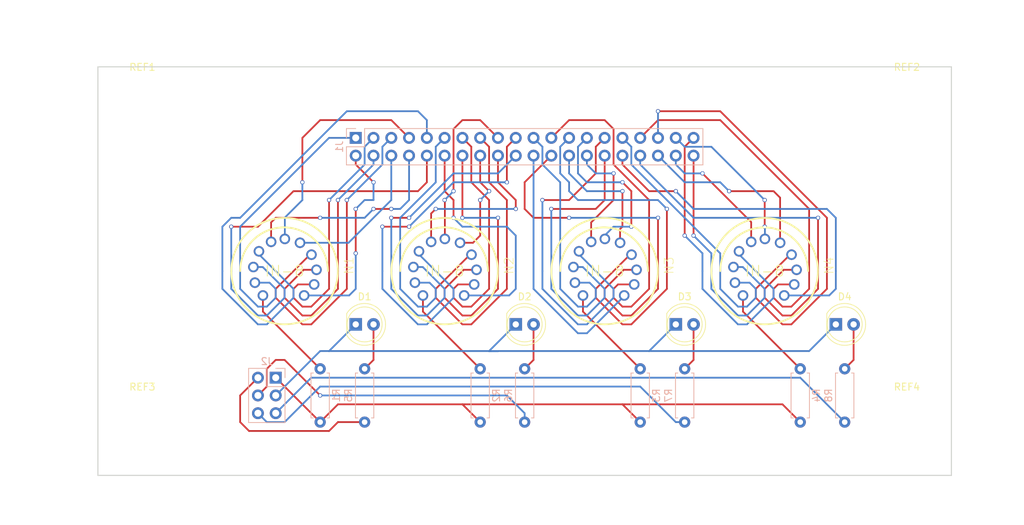
<source format=kicad_pcb>
(kicad_pcb (version 4) (host pcbnew 4.0.7)

  (general
    (links 60)
    (no_connects 0)
    (area 86.130001 44.29 236.45 120.810001)
    (thickness 1.6)
    (drawings 8)
    (tracks 490)
    (zones 0)
    (modules 22)
    (nets 55)
  )

  (page A4)
  (layers
    (0 F.Cu signal)
    (31 B.Cu signal)
    (32 B.Adhes user)
    (33 F.Adhes user)
    (34 B.Paste user)
    (35 F.Paste user)
    (36 B.SilkS user)
    (37 F.SilkS user)
    (38 B.Mask user)
    (39 F.Mask user)
    (40 Dwgs.User user)
    (41 Cmts.User user)
    (42 Eco1.User user)
    (43 Eco2.User user)
    (44 Edge.Cuts user)
    (45 Margin user)
    (46 B.CrtYd user)
    (47 F.CrtYd user)
    (48 B.Fab user)
    (49 F.Fab user)
  )

  (setup
    (last_trace_width 0.25)
    (trace_clearance 0.2)
    (zone_clearance 0.508)
    (zone_45_only no)
    (trace_min 0.2)
    (segment_width 0.2)
    (edge_width 0.15)
    (via_size 0.6)
    (via_drill 0.4)
    (via_min_size 0.4)
    (via_min_drill 0.3)
    (uvia_size 0.3)
    (uvia_drill 0.1)
    (uvias_allowed no)
    (uvia_min_size 0.2)
    (uvia_min_drill 0.1)
    (pcb_text_width 0.3)
    (pcb_text_size 1.5 1.5)
    (mod_edge_width 0.15)
    (mod_text_size 1 1)
    (mod_text_width 0.15)
    (pad_size 1.524 1.524)
    (pad_drill 0.762)
    (pad_to_mask_clearance 0.2)
    (aux_axis_origin 0 0)
    (visible_elements FFFFFF7F)
    (pcbplotparams
      (layerselection 0x010f0_80000001)
      (usegerberextensions false)
      (excludeedgelayer true)
      (linewidth 0.100000)
      (plotframeref false)
      (viasonmask false)
      (mode 1)
      (useauxorigin false)
      (hpglpennumber 1)
      (hpglpenspeed 20)
      (hpglpendiameter 15)
      (hpglpenoverlay 2)
      (psnegative false)
      (psa4output false)
      (plotreference true)
      (plotvalue true)
      (plotinvisibletext false)
      (padsonsilk false)
      (subtractmaskfromsilk false)
      (outputformat 1)
      (mirror false)
      (drillshape 0)
      (scaleselection 1)
      (outputdirectory gerber/))
  )

  (net 0 "")
  (net 1 /N1_0)
  (net 2 /N1_1)
  (net 3 /N1_2)
  (net 4 /N1_3)
  (net 5 /N1_4)
  (net 6 /N1_5)
  (net 7 /N1_6)
  (net 8 /N1_7)
  (net 9 /N1_8)
  (net 10 /N1_9)
  (net 11 /N2_0)
  (net 12 /N2_1)
  (net 13 /N2_2)
  (net 14 /N2_3)
  (net 15 /N2_4)
  (net 16 /N2_5)
  (net 17 /N2_6)
  (net 18 /N2_7)
  (net 19 /N2_8)
  (net 20 /N2_9)
  (net 21 /N3_0)
  (net 22 /N3_1)
  (net 23 /N3_2)
  (net 24 /N3_3)
  (net 25 /N3_4)
  (net 26 /N3_5)
  (net 27 /N3_6)
  (net 28 /N3_7)
  (net 29 /N3_8)
  (net 30 /N3_9)
  (net 31 /N4_0)
  (net 32 /N4_1)
  (net 33 /N4_2)
  (net 34 /N4_3)
  (net 35 /N4_4)
  (net 36 /N4_5)
  (net 37 /N4_6)
  (net 38 /N4_7)
  (net 39 /N4_8)
  (net 40 /N4_9)
  (net 41 "Net-(J2-Pad1)")
  (net 42 "Net-(N1-PadA)")
  (net 43 "Net-(N2-PadA)")
  (net 44 "Net-(N3-PadA)")
  (net 45 "Net-(N4-PadA)")
  (net 46 GND)
  (net 47 "Net-(D1-Pad2)")
  (net 48 "Net-(D2-Pad2)")
  (net 49 "Net-(D3-Pad2)")
  (net 50 "Net-(D4-Pad2)")
  (net 51 "Net-(J2-Pad2)")
  (net 52 "Net-(J2-Pad4)")
  (net 53 "Net-(J2-Pad6)")
  (net 54 "Net-(J2-Pad5)")

  (net_class Default "This is the default net class."
    (clearance 0.2)
    (trace_width 0.25)
    (via_dia 0.6)
    (via_drill 0.4)
    (uvia_dia 0.3)
    (uvia_drill 0.1)
    (add_net /N1_0)
    (add_net /N1_1)
    (add_net /N1_2)
    (add_net /N1_3)
    (add_net /N1_4)
    (add_net /N1_5)
    (add_net /N1_6)
    (add_net /N1_7)
    (add_net /N1_8)
    (add_net /N1_9)
    (add_net /N2_0)
    (add_net /N2_1)
    (add_net /N2_2)
    (add_net /N2_3)
    (add_net /N2_4)
    (add_net /N2_5)
    (add_net /N2_6)
    (add_net /N2_7)
    (add_net /N2_8)
    (add_net /N2_9)
    (add_net /N3_0)
    (add_net /N3_1)
    (add_net /N3_2)
    (add_net /N3_3)
    (add_net /N3_4)
    (add_net /N3_5)
    (add_net /N3_6)
    (add_net /N3_7)
    (add_net /N3_8)
    (add_net /N3_9)
    (add_net /N4_0)
    (add_net /N4_1)
    (add_net /N4_2)
    (add_net /N4_3)
    (add_net /N4_4)
    (add_net /N4_5)
    (add_net /N4_6)
    (add_net /N4_7)
    (add_net /N4_8)
    (add_net /N4_9)
    (add_net GND)
    (add_net "Net-(D1-Pad2)")
    (add_net "Net-(D2-Pad2)")
    (add_net "Net-(D3-Pad2)")
    (add_net "Net-(D4-Pad2)")
    (add_net "Net-(J2-Pad1)")
    (add_net "Net-(J2-Pad2)")
    (add_net "Net-(J2-Pad4)")
    (add_net "Net-(J2-Pad5)")
    (add_net "Net-(J2-Pad6)")
    (add_net "Net-(N1-PadA)")
    (add_net "Net-(N2-PadA)")
    (add_net "Net-(N3-PadA)")
    (add_net "Net-(N4-PadA)")
  )

  (module LEDs:LED_D5.0mm (layer F.Cu) (tedit 5995936A) (tstamp 5B414693)
    (at 137.16 90.17)
    (descr "LED, diameter 5.0mm, 2 pins, http://cdn-reichelt.de/documents/datenblatt/A500/LL-504BC2E-009.pdf")
    (tags "LED diameter 5.0mm 2 pins")
    (path /5B413547)
    (fp_text reference D1 (at 1.27 -3.96) (layer F.SilkS)
      (effects (font (size 1 1) (thickness 0.15)))
    )
    (fp_text value LED (at 1.27 3.96) (layer F.Fab)
      (effects (font (size 1 1) (thickness 0.15)))
    )
    (fp_arc (start 1.27 0) (end -1.23 -1.469694) (angle 299.1) (layer F.Fab) (width 0.1))
    (fp_arc (start 1.27 0) (end -1.29 -1.54483) (angle 148.9) (layer F.SilkS) (width 0.12))
    (fp_arc (start 1.27 0) (end -1.29 1.54483) (angle -148.9) (layer F.SilkS) (width 0.12))
    (fp_circle (center 1.27 0) (end 3.77 0) (layer F.Fab) (width 0.1))
    (fp_circle (center 1.27 0) (end 3.77 0) (layer F.SilkS) (width 0.12))
    (fp_line (start -1.23 -1.469694) (end -1.23 1.469694) (layer F.Fab) (width 0.1))
    (fp_line (start -1.29 -1.545) (end -1.29 1.545) (layer F.SilkS) (width 0.12))
    (fp_line (start -1.95 -3.25) (end -1.95 3.25) (layer F.CrtYd) (width 0.05))
    (fp_line (start -1.95 3.25) (end 4.5 3.25) (layer F.CrtYd) (width 0.05))
    (fp_line (start 4.5 3.25) (end 4.5 -3.25) (layer F.CrtYd) (width 0.05))
    (fp_line (start 4.5 -3.25) (end -1.95 -3.25) (layer F.CrtYd) (width 0.05))
    (fp_text user %R (at 1.25 0) (layer F.Fab)
      (effects (font (size 0.8 0.8) (thickness 0.2)))
    )
    (pad 1 thru_hole rect (at 0 0) (size 1.8 1.8) (drill 0.9) (layers *.Cu *.Mask)
      (net 46 GND))
    (pad 2 thru_hole circle (at 2.54 0) (size 1.8 1.8) (drill 0.9) (layers *.Cu *.Mask)
      (net 47 "Net-(D1-Pad2)"))
    (model ${KISYS3DMOD}/LEDs.3dshapes/LED_D5.0mm.wrl
      (at (xyz 0 0 0))
      (scale (xyz 0.393701 0.393701 0.393701))
      (rotate (xyz 0 0 0))
    )
  )

  (module LEDs:LED_D5.0mm (layer F.Cu) (tedit 5995936A) (tstamp 5B414699)
    (at 160.02 90.17)
    (descr "LED, diameter 5.0mm, 2 pins, http://cdn-reichelt.de/documents/datenblatt/A500/LL-504BC2E-009.pdf")
    (tags "LED diameter 5.0mm 2 pins")
    (path /5B413594)
    (fp_text reference D2 (at 1.27 -3.96) (layer F.SilkS)
      (effects (font (size 1 1) (thickness 0.15)))
    )
    (fp_text value LED (at 1.27 3.96) (layer F.Fab)
      (effects (font (size 1 1) (thickness 0.15)))
    )
    (fp_arc (start 1.27 0) (end -1.23 -1.469694) (angle 299.1) (layer F.Fab) (width 0.1))
    (fp_arc (start 1.27 0) (end -1.29 -1.54483) (angle 148.9) (layer F.SilkS) (width 0.12))
    (fp_arc (start 1.27 0) (end -1.29 1.54483) (angle -148.9) (layer F.SilkS) (width 0.12))
    (fp_circle (center 1.27 0) (end 3.77 0) (layer F.Fab) (width 0.1))
    (fp_circle (center 1.27 0) (end 3.77 0) (layer F.SilkS) (width 0.12))
    (fp_line (start -1.23 -1.469694) (end -1.23 1.469694) (layer F.Fab) (width 0.1))
    (fp_line (start -1.29 -1.545) (end -1.29 1.545) (layer F.SilkS) (width 0.12))
    (fp_line (start -1.95 -3.25) (end -1.95 3.25) (layer F.CrtYd) (width 0.05))
    (fp_line (start -1.95 3.25) (end 4.5 3.25) (layer F.CrtYd) (width 0.05))
    (fp_line (start 4.5 3.25) (end 4.5 -3.25) (layer F.CrtYd) (width 0.05))
    (fp_line (start 4.5 -3.25) (end -1.95 -3.25) (layer F.CrtYd) (width 0.05))
    (fp_text user %R (at 1.25 0) (layer F.Fab)
      (effects (font (size 0.8 0.8) (thickness 0.2)))
    )
    (pad 1 thru_hole rect (at 0 0) (size 1.8 1.8) (drill 0.9) (layers *.Cu *.Mask)
      (net 46 GND))
    (pad 2 thru_hole circle (at 2.54 0) (size 1.8 1.8) (drill 0.9) (layers *.Cu *.Mask)
      (net 48 "Net-(D2-Pad2)"))
    (model ${KISYS3DMOD}/LEDs.3dshapes/LED_D5.0mm.wrl
      (at (xyz 0 0 0))
      (scale (xyz 0.393701 0.393701 0.393701))
      (rotate (xyz 0 0 0))
    )
  )

  (module LEDs:LED_D5.0mm (layer F.Cu) (tedit 5995936A) (tstamp 5B41469F)
    (at 182.88 90.17)
    (descr "LED, diameter 5.0mm, 2 pins, http://cdn-reichelt.de/documents/datenblatt/A500/LL-504BC2E-009.pdf")
    (tags "LED diameter 5.0mm 2 pins")
    (path /5B4135F2)
    (fp_text reference D3 (at 1.27 -3.96) (layer F.SilkS)
      (effects (font (size 1 1) (thickness 0.15)))
    )
    (fp_text value LED (at 1.27 3.96) (layer F.Fab)
      (effects (font (size 1 1) (thickness 0.15)))
    )
    (fp_arc (start 1.27 0) (end -1.23 -1.469694) (angle 299.1) (layer F.Fab) (width 0.1))
    (fp_arc (start 1.27 0) (end -1.29 -1.54483) (angle 148.9) (layer F.SilkS) (width 0.12))
    (fp_arc (start 1.27 0) (end -1.29 1.54483) (angle -148.9) (layer F.SilkS) (width 0.12))
    (fp_circle (center 1.27 0) (end 3.77 0) (layer F.Fab) (width 0.1))
    (fp_circle (center 1.27 0) (end 3.77 0) (layer F.SilkS) (width 0.12))
    (fp_line (start -1.23 -1.469694) (end -1.23 1.469694) (layer F.Fab) (width 0.1))
    (fp_line (start -1.29 -1.545) (end -1.29 1.545) (layer F.SilkS) (width 0.12))
    (fp_line (start -1.95 -3.25) (end -1.95 3.25) (layer F.CrtYd) (width 0.05))
    (fp_line (start -1.95 3.25) (end 4.5 3.25) (layer F.CrtYd) (width 0.05))
    (fp_line (start 4.5 3.25) (end 4.5 -3.25) (layer F.CrtYd) (width 0.05))
    (fp_line (start 4.5 -3.25) (end -1.95 -3.25) (layer F.CrtYd) (width 0.05))
    (fp_text user %R (at 1.25 0) (layer F.Fab)
      (effects (font (size 0.8 0.8) (thickness 0.2)))
    )
    (pad 1 thru_hole rect (at 0 0) (size 1.8 1.8) (drill 0.9) (layers *.Cu *.Mask)
      (net 46 GND))
    (pad 2 thru_hole circle (at 2.54 0) (size 1.8 1.8) (drill 0.9) (layers *.Cu *.Mask)
      (net 49 "Net-(D3-Pad2)"))
    (model ${KISYS3DMOD}/LEDs.3dshapes/LED_D5.0mm.wrl
      (at (xyz 0 0 0))
      (scale (xyz 0.393701 0.393701 0.393701))
      (rotate (xyz 0 0 0))
    )
  )

  (module LEDs:LED_D5.0mm (layer F.Cu) (tedit 5995936A) (tstamp 5B4146A5)
    (at 205.74 90.17)
    (descr "LED, diameter 5.0mm, 2 pins, http://cdn-reichelt.de/documents/datenblatt/A500/LL-504BC2E-009.pdf")
    (tags "LED diameter 5.0mm 2 pins")
    (path /5B413629)
    (fp_text reference D4 (at 1.27 -3.96) (layer F.SilkS)
      (effects (font (size 1 1) (thickness 0.15)))
    )
    (fp_text value LED (at 1.27 3.96) (layer F.Fab)
      (effects (font (size 1 1) (thickness 0.15)))
    )
    (fp_arc (start 1.27 0) (end -1.23 -1.469694) (angle 299.1) (layer F.Fab) (width 0.1))
    (fp_arc (start 1.27 0) (end -1.29 -1.54483) (angle 148.9) (layer F.SilkS) (width 0.12))
    (fp_arc (start 1.27 0) (end -1.29 1.54483) (angle -148.9) (layer F.SilkS) (width 0.12))
    (fp_circle (center 1.27 0) (end 3.77 0) (layer F.Fab) (width 0.1))
    (fp_circle (center 1.27 0) (end 3.77 0) (layer F.SilkS) (width 0.12))
    (fp_line (start -1.23 -1.469694) (end -1.23 1.469694) (layer F.Fab) (width 0.1))
    (fp_line (start -1.29 -1.545) (end -1.29 1.545) (layer F.SilkS) (width 0.12))
    (fp_line (start -1.95 -3.25) (end -1.95 3.25) (layer F.CrtYd) (width 0.05))
    (fp_line (start -1.95 3.25) (end 4.5 3.25) (layer F.CrtYd) (width 0.05))
    (fp_line (start 4.5 3.25) (end 4.5 -3.25) (layer F.CrtYd) (width 0.05))
    (fp_line (start 4.5 -3.25) (end -1.95 -3.25) (layer F.CrtYd) (width 0.05))
    (fp_text user %R (at 1.25 0) (layer F.Fab)
      (effects (font (size 0.8 0.8) (thickness 0.2)))
    )
    (pad 1 thru_hole rect (at 0 0) (size 1.8 1.8) (drill 0.9) (layers *.Cu *.Mask)
      (net 46 GND))
    (pad 2 thru_hole circle (at 2.54 0) (size 1.8 1.8) (drill 0.9) (layers *.Cu *.Mask)
      (net 50 "Net-(D4-Pad2)"))
    (model ${KISYS3DMOD}/LEDs.3dshapes/LED_D5.0mm.wrl
      (at (xyz 0 0 0))
      (scale (xyz 0.393701 0.393701 0.393701))
      (rotate (xyz 0 0 0))
    )
  )

  (module Pin_Headers:Pin_Header_Straight_2x20_Pitch2.54mm (layer B.Cu) (tedit 59650533) (tstamp 5B4146D1)
    (at 137.16 63.5 270)
    (descr "Through hole straight pin header, 2x20, 2.54mm pitch, double rows")
    (tags "Through hole pin header THT 2x20 2.54mm double row")
    (path /5B410C50)
    (fp_text reference J1 (at 1.27 2.33 270) (layer B.SilkS)
      (effects (font (size 1 1) (thickness 0.15)) (justify mirror))
    )
    (fp_text value Conn_02x20_Odd_Even (at 1.27 -50.59 270) (layer B.Fab)
      (effects (font (size 1 1) (thickness 0.15)) (justify mirror))
    )
    (fp_line (start 0 1.27) (end 3.81 1.27) (layer B.Fab) (width 0.1))
    (fp_line (start 3.81 1.27) (end 3.81 -49.53) (layer B.Fab) (width 0.1))
    (fp_line (start 3.81 -49.53) (end -1.27 -49.53) (layer B.Fab) (width 0.1))
    (fp_line (start -1.27 -49.53) (end -1.27 0) (layer B.Fab) (width 0.1))
    (fp_line (start -1.27 0) (end 0 1.27) (layer B.Fab) (width 0.1))
    (fp_line (start -1.33 -49.59) (end 3.87 -49.59) (layer B.SilkS) (width 0.12))
    (fp_line (start -1.33 -1.27) (end -1.33 -49.59) (layer B.SilkS) (width 0.12))
    (fp_line (start 3.87 1.33) (end 3.87 -49.59) (layer B.SilkS) (width 0.12))
    (fp_line (start -1.33 -1.27) (end 1.27 -1.27) (layer B.SilkS) (width 0.12))
    (fp_line (start 1.27 -1.27) (end 1.27 1.33) (layer B.SilkS) (width 0.12))
    (fp_line (start 1.27 1.33) (end 3.87 1.33) (layer B.SilkS) (width 0.12))
    (fp_line (start -1.33 0) (end -1.33 1.33) (layer B.SilkS) (width 0.12))
    (fp_line (start -1.33 1.33) (end 0 1.33) (layer B.SilkS) (width 0.12))
    (fp_line (start -1.8 1.8) (end -1.8 -50.05) (layer B.CrtYd) (width 0.05))
    (fp_line (start -1.8 -50.05) (end 4.35 -50.05) (layer B.CrtYd) (width 0.05))
    (fp_line (start 4.35 -50.05) (end 4.35 1.8) (layer B.CrtYd) (width 0.05))
    (fp_line (start 4.35 1.8) (end -1.8 1.8) (layer B.CrtYd) (width 0.05))
    (fp_text user %R (at 1.27 -24.13 540) (layer B.Fab)
      (effects (font (size 1 1) (thickness 0.15)) (justify mirror))
    )
    (pad 1 thru_hole rect (at 0 0 270) (size 1.7 1.7) (drill 1) (layers *.Cu *.Mask)
      (net 1 /N1_0))
    (pad 2 thru_hole oval (at 2.54 0 270) (size 1.7 1.7) (drill 1) (layers *.Cu *.Mask)
      (net 2 /N1_1))
    (pad 3 thru_hole oval (at 0 -2.54 270) (size 1.7 1.7) (drill 1) (layers *.Cu *.Mask)
      (net 3 /N1_2))
    (pad 4 thru_hole oval (at 2.54 -2.54 270) (size 1.7 1.7) (drill 1) (layers *.Cu *.Mask)
      (net 4 /N1_3))
    (pad 5 thru_hole oval (at 0 -5.08 270) (size 1.7 1.7) (drill 1) (layers *.Cu *.Mask)
      (net 5 /N1_4))
    (pad 6 thru_hole oval (at 2.54 -5.08 270) (size 1.7 1.7) (drill 1) (layers *.Cu *.Mask)
      (net 6 /N1_5))
    (pad 7 thru_hole oval (at 0 -7.62 270) (size 1.7 1.7) (drill 1) (layers *.Cu *.Mask)
      (net 7 /N1_6))
    (pad 8 thru_hole oval (at 2.54 -7.62 270) (size 1.7 1.7) (drill 1) (layers *.Cu *.Mask)
      (net 8 /N1_7))
    (pad 9 thru_hole oval (at 0 -10.16 270) (size 1.7 1.7) (drill 1) (layers *.Cu *.Mask)
      (net 9 /N1_8))
    (pad 10 thru_hole oval (at 2.54 -10.16 270) (size 1.7 1.7) (drill 1) (layers *.Cu *.Mask)
      (net 10 /N1_9))
    (pad 11 thru_hole oval (at 0 -12.7 270) (size 1.7 1.7) (drill 1) (layers *.Cu *.Mask)
      (net 11 /N2_0))
    (pad 12 thru_hole oval (at 2.54 -12.7 270) (size 1.7 1.7) (drill 1) (layers *.Cu *.Mask)
      (net 12 /N2_1))
    (pad 13 thru_hole oval (at 0 -15.24 270) (size 1.7 1.7) (drill 1) (layers *.Cu *.Mask)
      (net 13 /N2_2))
    (pad 14 thru_hole oval (at 2.54 -15.24 270) (size 1.7 1.7) (drill 1) (layers *.Cu *.Mask)
      (net 14 /N2_3))
    (pad 15 thru_hole oval (at 0 -17.78 270) (size 1.7 1.7) (drill 1) (layers *.Cu *.Mask)
      (net 15 /N2_4))
    (pad 16 thru_hole oval (at 2.54 -17.78 270) (size 1.7 1.7) (drill 1) (layers *.Cu *.Mask)
      (net 16 /N2_5))
    (pad 17 thru_hole oval (at 0 -20.32 270) (size 1.7 1.7) (drill 1) (layers *.Cu *.Mask)
      (net 17 /N2_6))
    (pad 18 thru_hole oval (at 2.54 -20.32 270) (size 1.7 1.7) (drill 1) (layers *.Cu *.Mask)
      (net 18 /N2_7))
    (pad 19 thru_hole oval (at 0 -22.86 270) (size 1.7 1.7) (drill 1) (layers *.Cu *.Mask)
      (net 19 /N2_8))
    (pad 20 thru_hole oval (at 2.54 -22.86 270) (size 1.7 1.7) (drill 1) (layers *.Cu *.Mask)
      (net 20 /N2_9))
    (pad 21 thru_hole oval (at 0 -25.4 270) (size 1.7 1.7) (drill 1) (layers *.Cu *.Mask)
      (net 21 /N3_0))
    (pad 22 thru_hole oval (at 2.54 -25.4 270) (size 1.7 1.7) (drill 1) (layers *.Cu *.Mask)
      (net 22 /N3_1))
    (pad 23 thru_hole oval (at 0 -27.94 270) (size 1.7 1.7) (drill 1) (layers *.Cu *.Mask)
      (net 23 /N3_2))
    (pad 24 thru_hole oval (at 2.54 -27.94 270) (size 1.7 1.7) (drill 1) (layers *.Cu *.Mask)
      (net 24 /N3_3))
    (pad 25 thru_hole oval (at 0 -30.48 270) (size 1.7 1.7) (drill 1) (layers *.Cu *.Mask)
      (net 25 /N3_4))
    (pad 26 thru_hole oval (at 2.54 -30.48 270) (size 1.7 1.7) (drill 1) (layers *.Cu *.Mask)
      (net 26 /N3_5))
    (pad 27 thru_hole oval (at 0 -33.02 270) (size 1.7 1.7) (drill 1) (layers *.Cu *.Mask)
      (net 27 /N3_6))
    (pad 28 thru_hole oval (at 2.54 -33.02 270) (size 1.7 1.7) (drill 1) (layers *.Cu *.Mask)
      (net 28 /N3_7))
    (pad 29 thru_hole oval (at 0 -35.56 270) (size 1.7 1.7) (drill 1) (layers *.Cu *.Mask)
      (net 29 /N3_8))
    (pad 30 thru_hole oval (at 2.54 -35.56 270) (size 1.7 1.7) (drill 1) (layers *.Cu *.Mask)
      (net 30 /N3_9))
    (pad 31 thru_hole oval (at 0 -38.1 270) (size 1.7 1.7) (drill 1) (layers *.Cu *.Mask)
      (net 31 /N4_0))
    (pad 32 thru_hole oval (at 2.54 -38.1 270) (size 1.7 1.7) (drill 1) (layers *.Cu *.Mask)
      (net 32 /N4_1))
    (pad 33 thru_hole oval (at 0 -40.64 270) (size 1.7 1.7) (drill 1) (layers *.Cu *.Mask)
      (net 33 /N4_2))
    (pad 34 thru_hole oval (at 2.54 -40.64 270) (size 1.7 1.7) (drill 1) (layers *.Cu *.Mask)
      (net 34 /N4_3))
    (pad 35 thru_hole oval (at 0 -43.18 270) (size 1.7 1.7) (drill 1) (layers *.Cu *.Mask)
      (net 35 /N4_4))
    (pad 36 thru_hole oval (at 2.54 -43.18 270) (size 1.7 1.7) (drill 1) (layers *.Cu *.Mask)
      (net 36 /N4_5))
    (pad 37 thru_hole oval (at 0 -45.72 270) (size 1.7 1.7) (drill 1) (layers *.Cu *.Mask)
      (net 37 /N4_6))
    (pad 38 thru_hole oval (at 2.54 -45.72 270) (size 1.7 1.7) (drill 1) (layers *.Cu *.Mask)
      (net 38 /N4_7))
    (pad 39 thru_hole oval (at 0 -48.26 270) (size 1.7 1.7) (drill 1) (layers *.Cu *.Mask)
      (net 39 /N4_8))
    (pad 40 thru_hole oval (at 2.54 -48.26 270) (size 1.7 1.7) (drill 1) (layers *.Cu *.Mask)
      (net 40 /N4_9))
    (model ${KISYS3DMOD}/Pin_Headers.3dshapes/Pin_Header_Straight_2x20_Pitch2.54mm.wrl
      (at (xyz 0 0 0))
      (scale (xyz 1 1 1))
      (rotate (xyz 0 0 0))
    )
  )

  (module Pin_Headers:Pin_Header_Straight_2x03_Pitch2.54mm (layer B.Cu) (tedit 59650532) (tstamp 5B4146DB)
    (at 125.73 97.79 180)
    (descr "Through hole straight pin header, 2x03, 2.54mm pitch, double rows")
    (tags "Through hole pin header THT 2x03 2.54mm double row")
    (path /5B413A84)
    (fp_text reference J2 (at 1.27 2.33 180) (layer B.SilkS)
      (effects (font (size 1 1) (thickness 0.15)) (justify mirror))
    )
    (fp_text value Conn_02x03_Odd_Even (at 1.27 -7.41 180) (layer B.Fab)
      (effects (font (size 1 1) (thickness 0.15)) (justify mirror))
    )
    (fp_line (start 0 1.27) (end 3.81 1.27) (layer B.Fab) (width 0.1))
    (fp_line (start 3.81 1.27) (end 3.81 -6.35) (layer B.Fab) (width 0.1))
    (fp_line (start 3.81 -6.35) (end -1.27 -6.35) (layer B.Fab) (width 0.1))
    (fp_line (start -1.27 -6.35) (end -1.27 0) (layer B.Fab) (width 0.1))
    (fp_line (start -1.27 0) (end 0 1.27) (layer B.Fab) (width 0.1))
    (fp_line (start -1.33 -6.41) (end 3.87 -6.41) (layer B.SilkS) (width 0.12))
    (fp_line (start -1.33 -1.27) (end -1.33 -6.41) (layer B.SilkS) (width 0.12))
    (fp_line (start 3.87 1.33) (end 3.87 -6.41) (layer B.SilkS) (width 0.12))
    (fp_line (start -1.33 -1.27) (end 1.27 -1.27) (layer B.SilkS) (width 0.12))
    (fp_line (start 1.27 -1.27) (end 1.27 1.33) (layer B.SilkS) (width 0.12))
    (fp_line (start 1.27 1.33) (end 3.87 1.33) (layer B.SilkS) (width 0.12))
    (fp_line (start -1.33 0) (end -1.33 1.33) (layer B.SilkS) (width 0.12))
    (fp_line (start -1.33 1.33) (end 0 1.33) (layer B.SilkS) (width 0.12))
    (fp_line (start -1.8 1.8) (end -1.8 -6.85) (layer B.CrtYd) (width 0.05))
    (fp_line (start -1.8 -6.85) (end 4.35 -6.85) (layer B.CrtYd) (width 0.05))
    (fp_line (start 4.35 -6.85) (end 4.35 1.8) (layer B.CrtYd) (width 0.05))
    (fp_line (start 4.35 1.8) (end -1.8 1.8) (layer B.CrtYd) (width 0.05))
    (fp_text user %R (at 1.27 -2.54 450) (layer B.Fab)
      (effects (font (size 1 1) (thickness 0.15)) (justify mirror))
    )
    (pad 1 thru_hole rect (at 0 0 180) (size 1.7 1.7) (drill 1) (layers *.Cu *.Mask)
      (net 41 "Net-(J2-Pad1)"))
    (pad 2 thru_hole oval (at 2.54 0 180) (size 1.7 1.7) (drill 1) (layers *.Cu *.Mask)
      (net 51 "Net-(J2-Pad2)"))
    (pad 3 thru_hole oval (at 0 -2.54 180) (size 1.7 1.7) (drill 1) (layers *.Cu *.Mask)
      (net 46 GND))
    (pad 4 thru_hole oval (at 2.54 -2.54 180) (size 1.7 1.7) (drill 1) (layers *.Cu *.Mask)
      (net 52 "Net-(J2-Pad4)"))
    (pad 5 thru_hole oval (at 0 -5.08 180) (size 1.7 1.7) (drill 1) (layers *.Cu *.Mask)
      (net 54 "Net-(J2-Pad5)"))
    (pad 6 thru_hole oval (at 2.54 -5.08 180) (size 1.7 1.7) (drill 1) (layers *.Cu *.Mask)
      (net 53 "Net-(J2-Pad6)"))
    (model ${KISYS3DMOD}/Pin_Headers.3dshapes/Pin_Header_Straight_2x03_Pitch2.54mm.wrl
      (at (xyz 0 0 0))
      (scale (xyz 1 1 1))
      (rotate (xyz 0 0 0))
    )
  )

  (module nixies-us:nixies-us-IN-8 (layer F.Cu) (tedit 200000) (tstamp 5B4146EA)
    (at 127 82.55)
    (descr "MAY BE USED WITH SOCKET: 11-PIN- RUSSIAN")
    (tags "MAY BE USED WITH SOCKET: 11-PIN- RUSSIAN")
    (path /5B410AF1)
    (attr virtual)
    (fp_text reference N1 (at 9.2075 -0.79248 90) (layer F.SilkS)
      (effects (font (size 1.27 1.27) (thickness 0.1016)))
    )
    (fp_text value IN-8 (at 0 0) (layer F.SilkS)
      (effects (font (thickness 0.15)))
    )
    (fp_circle (center 0 0) (end 0 -7.62) (layer F.SilkS) (width 0.127))
    (fp_circle (center 0 0) (end 0 -7.6073) (layer F.SilkS) (width 0.254))
    (fp_arc (start -0.10668 -0.06858) (end -6.35762 -0.08636) (angle 179.9) (layer F.SilkS) (width 0.127))
    (fp_arc (start -0.07874 0) (end -6.35 0) (angle 180) (layer F.SilkS) (width 0.254))
    (pad 0 thru_hole circle (at -4.2418 1.65354) (size 1.50622 1.50622) (drill 0.99822) (layers *.Cu *.Paste *.Mask)
      (net 1 /N1_0))
    (pad 1 thru_hole circle (at 2.79146 3.48234) (size 1.50622 1.50622) (drill 0.99822) (layers *.Cu *.Paste *.Mask)
      (net 2 /N1_1))
    (pad 2 thru_hole circle (at 4.22148 1.905) (size 1.50622 1.50622) (drill 0.99822) (layers *.Cu *.Paste *.Mask)
      (net 3 /N1_2))
    (pad 3 thru_hole circle (at 4.55422 -0.18796) (size 1.50622 1.50622) (drill 0.99822) (layers *.Cu *.Paste *.Mask)
      (net 4 /N1_3))
    (pad 4 thru_hole circle (at 3.8354 -2.34696) (size 1.50622 1.50622) (drill 0.99822) (layers *.Cu *.Paste *.Mask)
      (net 5 /N1_4))
    (pad 5 thru_hole circle (at 2.20218 -4.0513) (size 1.50622 1.50622) (drill 0.99822) (layers *.Cu *.Paste *.Mask)
      (net 6 /N1_5))
    (pad 6 thru_hole circle (at 0.03302 -4.60248) (size 1.50622 1.50622) (drill 0.99822) (layers *.Cu *.Paste *.Mask)
      (net 7 /N1_6))
    (pad 7 thru_hole circle (at -1.92786 -4.18592) (size 1.50622 1.50622) (drill 0.99822) (layers *.Cu *.Paste *.Mask)
      (net 8 /N1_7))
    (pad 8 thru_hole circle (at -3.66522 -2.82956) (size 1.50622 1.50622) (drill 0.99822) (layers *.Cu *.Paste *.Mask)
      (net 9 /N1_8))
    (pad 9 thru_hole circle (at -4.46024 -0.58166) (size 1.50622 1.50622) (drill 0.99822) (layers *.Cu *.Paste *.Mask)
      (net 10 /N1_9))
    (pad A thru_hole circle (at -3.0988 3.48742) (size 1.50622 1.50622) (drill 0.99822) (layers *.Cu *.Paste *.Mask)
      (net 42 "Net-(N1-PadA)"))
  )

  (module nixies-us:nixies-us-IN-8 (layer F.Cu) (tedit 200000) (tstamp 5B4146F9)
    (at 149.86 82.55)
    (descr "MAY BE USED WITH SOCKET: 11-PIN- RUSSIAN")
    (tags "MAY BE USED WITH SOCKET: 11-PIN- RUSSIAN")
    (path /5B410A82)
    (attr virtual)
    (fp_text reference N2 (at 9.2075 -0.79248 90) (layer F.SilkS)
      (effects (font (size 1.27 1.27) (thickness 0.1016)))
    )
    (fp_text value IN-8 (at 0 0) (layer F.SilkS)
      (effects (font (thickness 0.15)))
    )
    (fp_circle (center 0 0) (end 0 -7.62) (layer F.SilkS) (width 0.127))
    (fp_circle (center 0 0) (end 0 -7.6073) (layer F.SilkS) (width 0.254))
    (fp_arc (start -0.10668 -0.06858) (end -6.35762 -0.08636) (angle 179.9) (layer F.SilkS) (width 0.127))
    (fp_arc (start -0.07874 0) (end -6.35 0) (angle 180) (layer F.SilkS) (width 0.254))
    (pad 0 thru_hole circle (at -4.2418 1.65354) (size 1.50622 1.50622) (drill 0.99822) (layers *.Cu *.Paste *.Mask)
      (net 11 /N2_0))
    (pad 1 thru_hole circle (at 2.79146 3.48234) (size 1.50622 1.50622) (drill 0.99822) (layers *.Cu *.Paste *.Mask)
      (net 12 /N2_1))
    (pad 2 thru_hole circle (at 4.22148 1.905) (size 1.50622 1.50622) (drill 0.99822) (layers *.Cu *.Paste *.Mask)
      (net 13 /N2_2))
    (pad 3 thru_hole circle (at 4.55422 -0.18796) (size 1.50622 1.50622) (drill 0.99822) (layers *.Cu *.Paste *.Mask)
      (net 14 /N2_3))
    (pad 4 thru_hole circle (at 3.8354 -2.34696) (size 1.50622 1.50622) (drill 0.99822) (layers *.Cu *.Paste *.Mask)
      (net 15 /N2_4))
    (pad 5 thru_hole circle (at 2.20218 -4.0513) (size 1.50622 1.50622) (drill 0.99822) (layers *.Cu *.Paste *.Mask)
      (net 16 /N2_5))
    (pad 6 thru_hole circle (at 0.03302 -4.60248) (size 1.50622 1.50622) (drill 0.99822) (layers *.Cu *.Paste *.Mask)
      (net 17 /N2_6))
    (pad 7 thru_hole circle (at -1.92786 -4.18592) (size 1.50622 1.50622) (drill 0.99822) (layers *.Cu *.Paste *.Mask)
      (net 18 /N2_7))
    (pad 8 thru_hole circle (at -3.66522 -2.82956) (size 1.50622 1.50622) (drill 0.99822) (layers *.Cu *.Paste *.Mask)
      (net 19 /N2_8))
    (pad 9 thru_hole circle (at -4.46024 -0.58166) (size 1.50622 1.50622) (drill 0.99822) (layers *.Cu *.Paste *.Mask)
      (net 20 /N2_9))
    (pad A thru_hole circle (at -3.0988 3.48742) (size 1.50622 1.50622) (drill 0.99822) (layers *.Cu *.Paste *.Mask)
      (net 43 "Net-(N2-PadA)"))
  )

  (module nixies-us:nixies-us-IN-8 (layer F.Cu) (tedit 200000) (tstamp 5B414708)
    (at 172.72 82.55)
    (descr "MAY BE USED WITH SOCKET: 11-PIN- RUSSIAN")
    (tags "MAY BE USED WITH SOCKET: 11-PIN- RUSSIAN")
    (path /5B4109C2)
    (attr virtual)
    (fp_text reference N3 (at 9.2075 -0.79248 90) (layer F.SilkS)
      (effects (font (size 1.27 1.27) (thickness 0.1016)))
    )
    (fp_text value IN-8 (at 0 0) (layer F.SilkS)
      (effects (font (thickness 0.15)))
    )
    (fp_circle (center 0 0) (end 0 -7.62) (layer F.SilkS) (width 0.127))
    (fp_circle (center 0 0) (end 0 -7.6073) (layer F.SilkS) (width 0.254))
    (fp_arc (start -0.10668 -0.06858) (end -6.35762 -0.08636) (angle 179.9) (layer F.SilkS) (width 0.127))
    (fp_arc (start -0.07874 0) (end -6.35 0) (angle 180) (layer F.SilkS) (width 0.254))
    (pad 0 thru_hole circle (at -4.2418 1.65354) (size 1.50622 1.50622) (drill 0.99822) (layers *.Cu *.Paste *.Mask)
      (net 21 /N3_0))
    (pad 1 thru_hole circle (at 2.79146 3.48234) (size 1.50622 1.50622) (drill 0.99822) (layers *.Cu *.Paste *.Mask)
      (net 22 /N3_1))
    (pad 2 thru_hole circle (at 4.22148 1.905) (size 1.50622 1.50622) (drill 0.99822) (layers *.Cu *.Paste *.Mask)
      (net 23 /N3_2))
    (pad 3 thru_hole circle (at 4.55422 -0.18796) (size 1.50622 1.50622) (drill 0.99822) (layers *.Cu *.Paste *.Mask)
      (net 24 /N3_3))
    (pad 4 thru_hole circle (at 3.8354 -2.34696) (size 1.50622 1.50622) (drill 0.99822) (layers *.Cu *.Paste *.Mask)
      (net 25 /N3_4))
    (pad 5 thru_hole circle (at 2.20218 -4.0513) (size 1.50622 1.50622) (drill 0.99822) (layers *.Cu *.Paste *.Mask)
      (net 26 /N3_5))
    (pad 6 thru_hole circle (at 0.03302 -4.60248) (size 1.50622 1.50622) (drill 0.99822) (layers *.Cu *.Paste *.Mask)
      (net 27 /N3_6))
    (pad 7 thru_hole circle (at -1.92786 -4.18592) (size 1.50622 1.50622) (drill 0.99822) (layers *.Cu *.Paste *.Mask)
      (net 28 /N3_7))
    (pad 8 thru_hole circle (at -3.66522 -2.82956) (size 1.50622 1.50622) (drill 0.99822) (layers *.Cu *.Paste *.Mask)
      (net 29 /N3_8))
    (pad 9 thru_hole circle (at -4.46024 -0.58166) (size 1.50622 1.50622) (drill 0.99822) (layers *.Cu *.Paste *.Mask)
      (net 30 /N3_9))
    (pad A thru_hole circle (at -3.0988 3.48742) (size 1.50622 1.50622) (drill 0.99822) (layers *.Cu *.Paste *.Mask)
      (net 44 "Net-(N3-PadA)"))
  )

  (module nixies-us:nixies-us-IN-8 (layer F.Cu) (tedit 200000) (tstamp 5B414717)
    (at 195.58 82.55)
    (descr "MAY BE USED WITH SOCKET: 11-PIN- RUSSIAN")
    (tags "MAY BE USED WITH SOCKET: 11-PIN- RUSSIAN")
    (path /5B410A17)
    (attr virtual)
    (fp_text reference N4 (at 9.2075 -0.79248 90) (layer F.SilkS)
      (effects (font (size 1.27 1.27) (thickness 0.1016)))
    )
    (fp_text value IN-8 (at 0 0) (layer F.SilkS)
      (effects (font (thickness 0.15)))
    )
    (fp_circle (center 0 0) (end 0 -7.62) (layer F.SilkS) (width 0.127))
    (fp_circle (center 0 0) (end 0 -7.6073) (layer F.SilkS) (width 0.254))
    (fp_arc (start -0.10668 -0.06858) (end -6.35762 -0.08636) (angle 179.9) (layer F.SilkS) (width 0.127))
    (fp_arc (start -0.07874 0) (end -6.35 0) (angle 180) (layer F.SilkS) (width 0.254))
    (pad 0 thru_hole circle (at -4.2418 1.65354) (size 1.50622 1.50622) (drill 0.99822) (layers *.Cu *.Paste *.Mask)
      (net 31 /N4_0))
    (pad 1 thru_hole circle (at 2.79146 3.48234) (size 1.50622 1.50622) (drill 0.99822) (layers *.Cu *.Paste *.Mask)
      (net 32 /N4_1))
    (pad 2 thru_hole circle (at 4.22148 1.905) (size 1.50622 1.50622) (drill 0.99822) (layers *.Cu *.Paste *.Mask)
      (net 33 /N4_2))
    (pad 3 thru_hole circle (at 4.55422 -0.18796) (size 1.50622 1.50622) (drill 0.99822) (layers *.Cu *.Paste *.Mask)
      (net 34 /N4_3))
    (pad 4 thru_hole circle (at 3.8354 -2.34696) (size 1.50622 1.50622) (drill 0.99822) (layers *.Cu *.Paste *.Mask)
      (net 35 /N4_4))
    (pad 5 thru_hole circle (at 2.20218 -4.0513) (size 1.50622 1.50622) (drill 0.99822) (layers *.Cu *.Paste *.Mask)
      (net 36 /N4_5))
    (pad 6 thru_hole circle (at 0.03302 -4.60248) (size 1.50622 1.50622) (drill 0.99822) (layers *.Cu *.Paste *.Mask)
      (net 37 /N4_6))
    (pad 7 thru_hole circle (at -1.92786 -4.18592) (size 1.50622 1.50622) (drill 0.99822) (layers *.Cu *.Paste *.Mask)
      (net 38 /N4_7))
    (pad 8 thru_hole circle (at -3.66522 -2.82956) (size 1.50622 1.50622) (drill 0.99822) (layers *.Cu *.Paste *.Mask)
      (net 39 /N4_8))
    (pad 9 thru_hole circle (at -4.46024 -0.58166) (size 1.50622 1.50622) (drill 0.99822) (layers *.Cu *.Paste *.Mask)
      (net 40 /N4_9))
    (pad A thru_hole circle (at -3.0988 3.48742) (size 1.50622 1.50622) (drill 0.99822) (layers *.Cu *.Paste *.Mask)
      (net 45 "Net-(N4-PadA)"))
  )

  (module Resistors_THT:R_Axial_DIN0207_L6.3mm_D2.5mm_P7.62mm_Horizontal (layer B.Cu) (tedit 5874F706) (tstamp 5B41471D)
    (at 132.08 104.14 90)
    (descr "Resistor, Axial_DIN0207 series, Axial, Horizontal, pin pitch=7.62mm, 0.25W = 1/4W, length*diameter=6.3*2.5mm^2, http://cdn-reichelt.de/documents/datenblatt/B400/1_4W%23YAG.pdf")
    (tags "Resistor Axial_DIN0207 series Axial Horizontal pin pitch 7.62mm 0.25W = 1/4W length 6.3mm diameter 2.5mm")
    (path /5B412255)
    (fp_text reference R1 (at 3.81 2.31 90) (layer B.SilkS)
      (effects (font (size 1 1) (thickness 0.15)) (justify mirror))
    )
    (fp_text value 68k (at 3.81 -2.31 90) (layer B.Fab)
      (effects (font (size 1 1) (thickness 0.15)) (justify mirror))
    )
    (fp_line (start 0.66 1.25) (end 0.66 -1.25) (layer B.Fab) (width 0.1))
    (fp_line (start 0.66 -1.25) (end 6.96 -1.25) (layer B.Fab) (width 0.1))
    (fp_line (start 6.96 -1.25) (end 6.96 1.25) (layer B.Fab) (width 0.1))
    (fp_line (start 6.96 1.25) (end 0.66 1.25) (layer B.Fab) (width 0.1))
    (fp_line (start 0 0) (end 0.66 0) (layer B.Fab) (width 0.1))
    (fp_line (start 7.62 0) (end 6.96 0) (layer B.Fab) (width 0.1))
    (fp_line (start 0.6 0.98) (end 0.6 1.31) (layer B.SilkS) (width 0.12))
    (fp_line (start 0.6 1.31) (end 7.02 1.31) (layer B.SilkS) (width 0.12))
    (fp_line (start 7.02 1.31) (end 7.02 0.98) (layer B.SilkS) (width 0.12))
    (fp_line (start 0.6 -0.98) (end 0.6 -1.31) (layer B.SilkS) (width 0.12))
    (fp_line (start 0.6 -1.31) (end 7.02 -1.31) (layer B.SilkS) (width 0.12))
    (fp_line (start 7.02 -1.31) (end 7.02 -0.98) (layer B.SilkS) (width 0.12))
    (fp_line (start -1.05 1.6) (end -1.05 -1.6) (layer B.CrtYd) (width 0.05))
    (fp_line (start -1.05 -1.6) (end 8.7 -1.6) (layer B.CrtYd) (width 0.05))
    (fp_line (start 8.7 -1.6) (end 8.7 1.6) (layer B.CrtYd) (width 0.05))
    (fp_line (start 8.7 1.6) (end -1.05 1.6) (layer B.CrtYd) (width 0.05))
    (pad 1 thru_hole circle (at 0 0 90) (size 1.6 1.6) (drill 0.8) (layers *.Cu *.Mask)
      (net 41 "Net-(J2-Pad1)"))
    (pad 2 thru_hole oval (at 7.62 0 90) (size 1.6 1.6) (drill 0.8) (layers *.Cu *.Mask)
      (net 42 "Net-(N1-PadA)"))
    (model ${KISYS3DMOD}/Resistors_THT.3dshapes/R_Axial_DIN0207_L6.3mm_D2.5mm_P7.62mm_Horizontal.wrl
      (at (xyz 0 0 0))
      (scale (xyz 0.393701 0.393701 0.393701))
      (rotate (xyz 0 0 0))
    )
  )

  (module Resistors_THT:R_Axial_DIN0207_L6.3mm_D2.5mm_P7.62mm_Horizontal (layer B.Cu) (tedit 5874F706) (tstamp 5B414723)
    (at 154.94 104.14 90)
    (descr "Resistor, Axial_DIN0207 series, Axial, Horizontal, pin pitch=7.62mm, 0.25W = 1/4W, length*diameter=6.3*2.5mm^2, http://cdn-reichelt.de/documents/datenblatt/B400/1_4W%23YAG.pdf")
    (tags "Resistor Axial_DIN0207 series Axial Horizontal pin pitch 7.62mm 0.25W = 1/4W length 6.3mm diameter 2.5mm")
    (path /5B41237E)
    (fp_text reference R2 (at 3.81 2.31 90) (layer B.SilkS)
      (effects (font (size 1 1) (thickness 0.15)) (justify mirror))
    )
    (fp_text value 68k (at 3.81 -2.31 90) (layer B.Fab)
      (effects (font (size 1 1) (thickness 0.15)) (justify mirror))
    )
    (fp_line (start 0.66 1.25) (end 0.66 -1.25) (layer B.Fab) (width 0.1))
    (fp_line (start 0.66 -1.25) (end 6.96 -1.25) (layer B.Fab) (width 0.1))
    (fp_line (start 6.96 -1.25) (end 6.96 1.25) (layer B.Fab) (width 0.1))
    (fp_line (start 6.96 1.25) (end 0.66 1.25) (layer B.Fab) (width 0.1))
    (fp_line (start 0 0) (end 0.66 0) (layer B.Fab) (width 0.1))
    (fp_line (start 7.62 0) (end 6.96 0) (layer B.Fab) (width 0.1))
    (fp_line (start 0.6 0.98) (end 0.6 1.31) (layer B.SilkS) (width 0.12))
    (fp_line (start 0.6 1.31) (end 7.02 1.31) (layer B.SilkS) (width 0.12))
    (fp_line (start 7.02 1.31) (end 7.02 0.98) (layer B.SilkS) (width 0.12))
    (fp_line (start 0.6 -0.98) (end 0.6 -1.31) (layer B.SilkS) (width 0.12))
    (fp_line (start 0.6 -1.31) (end 7.02 -1.31) (layer B.SilkS) (width 0.12))
    (fp_line (start 7.02 -1.31) (end 7.02 -0.98) (layer B.SilkS) (width 0.12))
    (fp_line (start -1.05 1.6) (end -1.05 -1.6) (layer B.CrtYd) (width 0.05))
    (fp_line (start -1.05 -1.6) (end 8.7 -1.6) (layer B.CrtYd) (width 0.05))
    (fp_line (start 8.7 -1.6) (end 8.7 1.6) (layer B.CrtYd) (width 0.05))
    (fp_line (start 8.7 1.6) (end -1.05 1.6) (layer B.CrtYd) (width 0.05))
    (pad 1 thru_hole circle (at 0 0 90) (size 1.6 1.6) (drill 0.8) (layers *.Cu *.Mask)
      (net 41 "Net-(J2-Pad1)"))
    (pad 2 thru_hole oval (at 7.62 0 90) (size 1.6 1.6) (drill 0.8) (layers *.Cu *.Mask)
      (net 43 "Net-(N2-PadA)"))
    (model ${KISYS3DMOD}/Resistors_THT.3dshapes/R_Axial_DIN0207_L6.3mm_D2.5mm_P7.62mm_Horizontal.wrl
      (at (xyz 0 0 0))
      (scale (xyz 0.393701 0.393701 0.393701))
      (rotate (xyz 0 0 0))
    )
  )

  (module Resistors_THT:R_Axial_DIN0207_L6.3mm_D2.5mm_P7.62mm_Horizontal (layer B.Cu) (tedit 5874F706) (tstamp 5B414729)
    (at 177.8 104.14 90)
    (descr "Resistor, Axial_DIN0207 series, Axial, Horizontal, pin pitch=7.62mm, 0.25W = 1/4W, length*diameter=6.3*2.5mm^2, http://cdn-reichelt.de/documents/datenblatt/B400/1_4W%23YAG.pdf")
    (tags "Resistor Axial_DIN0207 series Axial Horizontal pin pitch 7.62mm 0.25W = 1/4W length 6.3mm diameter 2.5mm")
    (path /5B4122E8)
    (fp_text reference R3 (at 3.81 2.31 90) (layer B.SilkS)
      (effects (font (size 1 1) (thickness 0.15)) (justify mirror))
    )
    (fp_text value 68k (at 3.81 -2.31 90) (layer B.Fab)
      (effects (font (size 1 1) (thickness 0.15)) (justify mirror))
    )
    (fp_line (start 0.66 1.25) (end 0.66 -1.25) (layer B.Fab) (width 0.1))
    (fp_line (start 0.66 -1.25) (end 6.96 -1.25) (layer B.Fab) (width 0.1))
    (fp_line (start 6.96 -1.25) (end 6.96 1.25) (layer B.Fab) (width 0.1))
    (fp_line (start 6.96 1.25) (end 0.66 1.25) (layer B.Fab) (width 0.1))
    (fp_line (start 0 0) (end 0.66 0) (layer B.Fab) (width 0.1))
    (fp_line (start 7.62 0) (end 6.96 0) (layer B.Fab) (width 0.1))
    (fp_line (start 0.6 0.98) (end 0.6 1.31) (layer B.SilkS) (width 0.12))
    (fp_line (start 0.6 1.31) (end 7.02 1.31) (layer B.SilkS) (width 0.12))
    (fp_line (start 7.02 1.31) (end 7.02 0.98) (layer B.SilkS) (width 0.12))
    (fp_line (start 0.6 -0.98) (end 0.6 -1.31) (layer B.SilkS) (width 0.12))
    (fp_line (start 0.6 -1.31) (end 7.02 -1.31) (layer B.SilkS) (width 0.12))
    (fp_line (start 7.02 -1.31) (end 7.02 -0.98) (layer B.SilkS) (width 0.12))
    (fp_line (start -1.05 1.6) (end -1.05 -1.6) (layer B.CrtYd) (width 0.05))
    (fp_line (start -1.05 -1.6) (end 8.7 -1.6) (layer B.CrtYd) (width 0.05))
    (fp_line (start 8.7 -1.6) (end 8.7 1.6) (layer B.CrtYd) (width 0.05))
    (fp_line (start 8.7 1.6) (end -1.05 1.6) (layer B.CrtYd) (width 0.05))
    (pad 1 thru_hole circle (at 0 0 90) (size 1.6 1.6) (drill 0.8) (layers *.Cu *.Mask)
      (net 41 "Net-(J2-Pad1)"))
    (pad 2 thru_hole oval (at 7.62 0 90) (size 1.6 1.6) (drill 0.8) (layers *.Cu *.Mask)
      (net 44 "Net-(N3-PadA)"))
    (model ${KISYS3DMOD}/Resistors_THT.3dshapes/R_Axial_DIN0207_L6.3mm_D2.5mm_P7.62mm_Horizontal.wrl
      (at (xyz 0 0 0))
      (scale (xyz 0.393701 0.393701 0.393701))
      (rotate (xyz 0 0 0))
    )
  )

  (module Resistors_THT:R_Axial_DIN0207_L6.3mm_D2.5mm_P7.62mm_Horizontal (layer B.Cu) (tedit 5874F706) (tstamp 5B41472F)
    (at 200.66 104.14 90)
    (descr "Resistor, Axial_DIN0207 series, Axial, Horizontal, pin pitch=7.62mm, 0.25W = 1/4W, length*diameter=6.3*2.5mm^2, http://cdn-reichelt.de/documents/datenblatt/B400/1_4W%23YAG.pdf")
    (tags "Resistor Axial_DIN0207 series Axial Horizontal pin pitch 7.62mm 0.25W = 1/4W length 6.3mm diameter 2.5mm")
    (path /5B41234B)
    (fp_text reference R4 (at 3.81 2.31 90) (layer B.SilkS)
      (effects (font (size 1 1) (thickness 0.15)) (justify mirror))
    )
    (fp_text value 68k (at 3.81 -2.31 90) (layer B.Fab)
      (effects (font (size 1 1) (thickness 0.15)) (justify mirror))
    )
    (fp_line (start 0.66 1.25) (end 0.66 -1.25) (layer B.Fab) (width 0.1))
    (fp_line (start 0.66 -1.25) (end 6.96 -1.25) (layer B.Fab) (width 0.1))
    (fp_line (start 6.96 -1.25) (end 6.96 1.25) (layer B.Fab) (width 0.1))
    (fp_line (start 6.96 1.25) (end 0.66 1.25) (layer B.Fab) (width 0.1))
    (fp_line (start 0 0) (end 0.66 0) (layer B.Fab) (width 0.1))
    (fp_line (start 7.62 0) (end 6.96 0) (layer B.Fab) (width 0.1))
    (fp_line (start 0.6 0.98) (end 0.6 1.31) (layer B.SilkS) (width 0.12))
    (fp_line (start 0.6 1.31) (end 7.02 1.31) (layer B.SilkS) (width 0.12))
    (fp_line (start 7.02 1.31) (end 7.02 0.98) (layer B.SilkS) (width 0.12))
    (fp_line (start 0.6 -0.98) (end 0.6 -1.31) (layer B.SilkS) (width 0.12))
    (fp_line (start 0.6 -1.31) (end 7.02 -1.31) (layer B.SilkS) (width 0.12))
    (fp_line (start 7.02 -1.31) (end 7.02 -0.98) (layer B.SilkS) (width 0.12))
    (fp_line (start -1.05 1.6) (end -1.05 -1.6) (layer B.CrtYd) (width 0.05))
    (fp_line (start -1.05 -1.6) (end 8.7 -1.6) (layer B.CrtYd) (width 0.05))
    (fp_line (start 8.7 -1.6) (end 8.7 1.6) (layer B.CrtYd) (width 0.05))
    (fp_line (start 8.7 1.6) (end -1.05 1.6) (layer B.CrtYd) (width 0.05))
    (pad 1 thru_hole circle (at 0 0 90) (size 1.6 1.6) (drill 0.8) (layers *.Cu *.Mask)
      (net 41 "Net-(J2-Pad1)"))
    (pad 2 thru_hole oval (at 7.62 0 90) (size 1.6 1.6) (drill 0.8) (layers *.Cu *.Mask)
      (net 45 "Net-(N4-PadA)"))
    (model ${KISYS3DMOD}/Resistors_THT.3dshapes/R_Axial_DIN0207_L6.3mm_D2.5mm_P7.62mm_Horizontal.wrl
      (at (xyz 0 0 0))
      (scale (xyz 0.393701 0.393701 0.393701))
      (rotate (xyz 0 0 0))
    )
  )

  (module Resistors_THT:R_Axial_DIN0207_L6.3mm_D2.5mm_P7.62mm_Horizontal (layer B.Cu) (tedit 5874F706) (tstamp 5B414735)
    (at 138.43 96.52 270)
    (descr "Resistor, Axial_DIN0207 series, Axial, Horizontal, pin pitch=7.62mm, 0.25W = 1/4W, length*diameter=6.3*2.5mm^2, http://cdn-reichelt.de/documents/datenblatt/B400/1_4W%23YAG.pdf")
    (tags "Resistor Axial_DIN0207 series Axial Horizontal pin pitch 7.62mm 0.25W = 1/4W length 6.3mm diameter 2.5mm")
    (path /5B414F05)
    (fp_text reference R5 (at 3.81 2.31 270) (layer B.SilkS)
      (effects (font (size 1 1) (thickness 0.15)) (justify mirror))
    )
    (fp_text value R (at 3.81 -2.31 270) (layer B.Fab)
      (effects (font (size 1 1) (thickness 0.15)) (justify mirror))
    )
    (fp_line (start 0.66 1.25) (end 0.66 -1.25) (layer B.Fab) (width 0.1))
    (fp_line (start 0.66 -1.25) (end 6.96 -1.25) (layer B.Fab) (width 0.1))
    (fp_line (start 6.96 -1.25) (end 6.96 1.25) (layer B.Fab) (width 0.1))
    (fp_line (start 6.96 1.25) (end 0.66 1.25) (layer B.Fab) (width 0.1))
    (fp_line (start 0 0) (end 0.66 0) (layer B.Fab) (width 0.1))
    (fp_line (start 7.62 0) (end 6.96 0) (layer B.Fab) (width 0.1))
    (fp_line (start 0.6 0.98) (end 0.6 1.31) (layer B.SilkS) (width 0.12))
    (fp_line (start 0.6 1.31) (end 7.02 1.31) (layer B.SilkS) (width 0.12))
    (fp_line (start 7.02 1.31) (end 7.02 0.98) (layer B.SilkS) (width 0.12))
    (fp_line (start 0.6 -0.98) (end 0.6 -1.31) (layer B.SilkS) (width 0.12))
    (fp_line (start 0.6 -1.31) (end 7.02 -1.31) (layer B.SilkS) (width 0.12))
    (fp_line (start 7.02 -1.31) (end 7.02 -0.98) (layer B.SilkS) (width 0.12))
    (fp_line (start -1.05 1.6) (end -1.05 -1.6) (layer B.CrtYd) (width 0.05))
    (fp_line (start -1.05 -1.6) (end 8.7 -1.6) (layer B.CrtYd) (width 0.05))
    (fp_line (start 8.7 -1.6) (end 8.7 1.6) (layer B.CrtYd) (width 0.05))
    (fp_line (start 8.7 1.6) (end -1.05 1.6) (layer B.CrtYd) (width 0.05))
    (pad 1 thru_hole circle (at 0 0 270) (size 1.6 1.6) (drill 0.8) (layers *.Cu *.Mask)
      (net 47 "Net-(D1-Pad2)"))
    (pad 2 thru_hole oval (at 7.62 0 270) (size 1.6 1.6) (drill 0.8) (layers *.Cu *.Mask)
      (net 51 "Net-(J2-Pad2)"))
    (model ${KISYS3DMOD}/Resistors_THT.3dshapes/R_Axial_DIN0207_L6.3mm_D2.5mm_P7.62mm_Horizontal.wrl
      (at (xyz 0 0 0))
      (scale (xyz 0.393701 0.393701 0.393701))
      (rotate (xyz 0 0 0))
    )
  )

  (module Resistors_THT:R_Axial_DIN0207_L6.3mm_D2.5mm_P7.62mm_Horizontal (layer B.Cu) (tedit 5874F706) (tstamp 5B41473B)
    (at 161.29 96.52 270)
    (descr "Resistor, Axial_DIN0207 series, Axial, Horizontal, pin pitch=7.62mm, 0.25W = 1/4W, length*diameter=6.3*2.5mm^2, http://cdn-reichelt.de/documents/datenblatt/B400/1_4W%23YAG.pdf")
    (tags "Resistor Axial_DIN0207 series Axial Horizontal pin pitch 7.62mm 0.25W = 1/4W length 6.3mm diameter 2.5mm")
    (path /5B414F84)
    (fp_text reference R6 (at 3.81 2.31 270) (layer B.SilkS)
      (effects (font (size 1 1) (thickness 0.15)) (justify mirror))
    )
    (fp_text value R (at 3.81 -2.31 270) (layer B.Fab)
      (effects (font (size 1 1) (thickness 0.15)) (justify mirror))
    )
    (fp_line (start 0.66 1.25) (end 0.66 -1.25) (layer B.Fab) (width 0.1))
    (fp_line (start 0.66 -1.25) (end 6.96 -1.25) (layer B.Fab) (width 0.1))
    (fp_line (start 6.96 -1.25) (end 6.96 1.25) (layer B.Fab) (width 0.1))
    (fp_line (start 6.96 1.25) (end 0.66 1.25) (layer B.Fab) (width 0.1))
    (fp_line (start 0 0) (end 0.66 0) (layer B.Fab) (width 0.1))
    (fp_line (start 7.62 0) (end 6.96 0) (layer B.Fab) (width 0.1))
    (fp_line (start 0.6 0.98) (end 0.6 1.31) (layer B.SilkS) (width 0.12))
    (fp_line (start 0.6 1.31) (end 7.02 1.31) (layer B.SilkS) (width 0.12))
    (fp_line (start 7.02 1.31) (end 7.02 0.98) (layer B.SilkS) (width 0.12))
    (fp_line (start 0.6 -0.98) (end 0.6 -1.31) (layer B.SilkS) (width 0.12))
    (fp_line (start 0.6 -1.31) (end 7.02 -1.31) (layer B.SilkS) (width 0.12))
    (fp_line (start 7.02 -1.31) (end 7.02 -0.98) (layer B.SilkS) (width 0.12))
    (fp_line (start -1.05 1.6) (end -1.05 -1.6) (layer B.CrtYd) (width 0.05))
    (fp_line (start -1.05 -1.6) (end 8.7 -1.6) (layer B.CrtYd) (width 0.05))
    (fp_line (start 8.7 -1.6) (end 8.7 1.6) (layer B.CrtYd) (width 0.05))
    (fp_line (start 8.7 1.6) (end -1.05 1.6) (layer B.CrtYd) (width 0.05))
    (pad 1 thru_hole circle (at 0 0 270) (size 1.6 1.6) (drill 0.8) (layers *.Cu *.Mask)
      (net 48 "Net-(D2-Pad2)"))
    (pad 2 thru_hole oval (at 7.62 0 270) (size 1.6 1.6) (drill 0.8) (layers *.Cu *.Mask)
      (net 52 "Net-(J2-Pad4)"))
    (model ${KISYS3DMOD}/Resistors_THT.3dshapes/R_Axial_DIN0207_L6.3mm_D2.5mm_P7.62mm_Horizontal.wrl
      (at (xyz 0 0 0))
      (scale (xyz 0.393701 0.393701 0.393701))
      (rotate (xyz 0 0 0))
    )
  )

  (module Resistors_THT:R_Axial_DIN0207_L6.3mm_D2.5mm_P7.62mm_Horizontal (layer B.Cu) (tedit 5874F706) (tstamp 5B414741)
    (at 184.15 96.52 270)
    (descr "Resistor, Axial_DIN0207 series, Axial, Horizontal, pin pitch=7.62mm, 0.25W = 1/4W, length*diameter=6.3*2.5mm^2, http://cdn-reichelt.de/documents/datenblatt/B400/1_4W%23YAG.pdf")
    (tags "Resistor Axial_DIN0207 series Axial Horizontal pin pitch 7.62mm 0.25W = 1/4W length 6.3mm diameter 2.5mm")
    (path /5B414FC1)
    (fp_text reference R7 (at 3.81 2.31 270) (layer B.SilkS)
      (effects (font (size 1 1) (thickness 0.15)) (justify mirror))
    )
    (fp_text value R (at 3.81 -2.31 270) (layer B.Fab)
      (effects (font (size 1 1) (thickness 0.15)) (justify mirror))
    )
    (fp_line (start 0.66 1.25) (end 0.66 -1.25) (layer B.Fab) (width 0.1))
    (fp_line (start 0.66 -1.25) (end 6.96 -1.25) (layer B.Fab) (width 0.1))
    (fp_line (start 6.96 -1.25) (end 6.96 1.25) (layer B.Fab) (width 0.1))
    (fp_line (start 6.96 1.25) (end 0.66 1.25) (layer B.Fab) (width 0.1))
    (fp_line (start 0 0) (end 0.66 0) (layer B.Fab) (width 0.1))
    (fp_line (start 7.62 0) (end 6.96 0) (layer B.Fab) (width 0.1))
    (fp_line (start 0.6 0.98) (end 0.6 1.31) (layer B.SilkS) (width 0.12))
    (fp_line (start 0.6 1.31) (end 7.02 1.31) (layer B.SilkS) (width 0.12))
    (fp_line (start 7.02 1.31) (end 7.02 0.98) (layer B.SilkS) (width 0.12))
    (fp_line (start 0.6 -0.98) (end 0.6 -1.31) (layer B.SilkS) (width 0.12))
    (fp_line (start 0.6 -1.31) (end 7.02 -1.31) (layer B.SilkS) (width 0.12))
    (fp_line (start 7.02 -1.31) (end 7.02 -0.98) (layer B.SilkS) (width 0.12))
    (fp_line (start -1.05 1.6) (end -1.05 -1.6) (layer B.CrtYd) (width 0.05))
    (fp_line (start -1.05 -1.6) (end 8.7 -1.6) (layer B.CrtYd) (width 0.05))
    (fp_line (start 8.7 -1.6) (end 8.7 1.6) (layer B.CrtYd) (width 0.05))
    (fp_line (start 8.7 1.6) (end -1.05 1.6) (layer B.CrtYd) (width 0.05))
    (pad 1 thru_hole circle (at 0 0 270) (size 1.6 1.6) (drill 0.8) (layers *.Cu *.Mask)
      (net 49 "Net-(D3-Pad2)"))
    (pad 2 thru_hole oval (at 7.62 0 270) (size 1.6 1.6) (drill 0.8) (layers *.Cu *.Mask)
      (net 53 "Net-(J2-Pad6)"))
    (model ${KISYS3DMOD}/Resistors_THT.3dshapes/R_Axial_DIN0207_L6.3mm_D2.5mm_P7.62mm_Horizontal.wrl
      (at (xyz 0 0 0))
      (scale (xyz 0.393701 0.393701 0.393701))
      (rotate (xyz 0 0 0))
    )
  )

  (module Resistors_THT:R_Axial_DIN0207_L6.3mm_D2.5mm_P7.62mm_Horizontal (layer B.Cu) (tedit 5874F706) (tstamp 5B414747)
    (at 207.01 96.52 270)
    (descr "Resistor, Axial_DIN0207 series, Axial, Horizontal, pin pitch=7.62mm, 0.25W = 1/4W, length*diameter=6.3*2.5mm^2, http://cdn-reichelt.de/documents/datenblatt/B400/1_4W%23YAG.pdf")
    (tags "Resistor Axial_DIN0207 series Axial Horizontal pin pitch 7.62mm 0.25W = 1/4W length 6.3mm diameter 2.5mm")
    (path /5B414FFE)
    (fp_text reference R8 (at 3.81 2.31 270) (layer B.SilkS)
      (effects (font (size 1 1) (thickness 0.15)) (justify mirror))
    )
    (fp_text value R (at 3.81 -2.31 270) (layer B.Fab)
      (effects (font (size 1 1) (thickness 0.15)) (justify mirror))
    )
    (fp_line (start 0.66 1.25) (end 0.66 -1.25) (layer B.Fab) (width 0.1))
    (fp_line (start 0.66 -1.25) (end 6.96 -1.25) (layer B.Fab) (width 0.1))
    (fp_line (start 6.96 -1.25) (end 6.96 1.25) (layer B.Fab) (width 0.1))
    (fp_line (start 6.96 1.25) (end 0.66 1.25) (layer B.Fab) (width 0.1))
    (fp_line (start 0 0) (end 0.66 0) (layer B.Fab) (width 0.1))
    (fp_line (start 7.62 0) (end 6.96 0) (layer B.Fab) (width 0.1))
    (fp_line (start 0.6 0.98) (end 0.6 1.31) (layer B.SilkS) (width 0.12))
    (fp_line (start 0.6 1.31) (end 7.02 1.31) (layer B.SilkS) (width 0.12))
    (fp_line (start 7.02 1.31) (end 7.02 0.98) (layer B.SilkS) (width 0.12))
    (fp_line (start 0.6 -0.98) (end 0.6 -1.31) (layer B.SilkS) (width 0.12))
    (fp_line (start 0.6 -1.31) (end 7.02 -1.31) (layer B.SilkS) (width 0.12))
    (fp_line (start 7.02 -1.31) (end 7.02 -0.98) (layer B.SilkS) (width 0.12))
    (fp_line (start -1.05 1.6) (end -1.05 -1.6) (layer B.CrtYd) (width 0.05))
    (fp_line (start -1.05 -1.6) (end 8.7 -1.6) (layer B.CrtYd) (width 0.05))
    (fp_line (start 8.7 -1.6) (end 8.7 1.6) (layer B.CrtYd) (width 0.05))
    (fp_line (start 8.7 1.6) (end -1.05 1.6) (layer B.CrtYd) (width 0.05))
    (pad 1 thru_hole circle (at 0 0 270) (size 1.6 1.6) (drill 0.8) (layers *.Cu *.Mask)
      (net 50 "Net-(D4-Pad2)"))
    (pad 2 thru_hole oval (at 7.62 0 270) (size 1.6 1.6) (drill 0.8) (layers *.Cu *.Mask)
      (net 54 "Net-(J2-Pad5)"))
    (model ${KISYS3DMOD}/Resistors_THT.3dshapes/R_Axial_DIN0207_L6.3mm_D2.5mm_P7.62mm_Horizontal.wrl
      (at (xyz 0 0 0))
      (scale (xyz 0.393701 0.393701 0.393701))
      (rotate (xyz 0 0 0))
    )
  )

  (module Mounting_Holes:MountingHole_5.3mm_M5 (layer F.Cu) (tedit 5B43DB67) (tstamp 5B43E9D7)
    (at 106.68 105.41)
    (descr "Mounting Hole 5.3mm, no annular, M5")
    (tags "mounting hole 5.3mm no annular m5")
    (attr virtual)
    (fp_text reference REF3 (at 0 -6.3) (layer F.SilkS)
      (effects (font (size 1 1) (thickness 0.15)))
    )
    (fp_text value MountingHole_5.3mm_M5 (at 0 6.3) (layer F.Fab)
      (effects (font (size 1 1) (thickness 0.15)))
    )
    (fp_text user %R (at 0.3 0) (layer F.Fab)
      (effects (font (size 1 1) (thickness 0.15)))
    )
    (fp_circle (center 0 0) (end 5.3 0) (layer Cmts.User) (width 0.15))
    (fp_circle (center 0 0) (end 5.55 0) (layer F.CrtYd) (width 0.05))
    (pad 1 np_thru_hole circle (at 0 0) (size 5.3 5.3) (drill 5.3) (layers *.Cu *.Mask))
  )

  (module Mounting_Holes:MountingHole_5.3mm_M5 (layer F.Cu) (tedit 5B43DB5B) (tstamp 5B43E9DF)
    (at 106.68 59.69)
    (descr "Mounting Hole 5.3mm, no annular, M5")
    (tags "mounting hole 5.3mm no annular m5")
    (attr virtual)
    (fp_text reference REF1 (at 0 -6.3) (layer F.SilkS)
      (effects (font (size 1 1) (thickness 0.15)))
    )
    (fp_text value MountingHole_5.3mm_M5 (at 0 6.3) (layer F.Fab)
      (effects (font (size 1 1) (thickness 0.15)))
    )
    (fp_text user %R (at 0.3 0) (layer F.Fab)
      (effects (font (size 1 1) (thickness 0.15)))
    )
    (fp_circle (center 0 0) (end 5.3 0) (layer Cmts.User) (width 0.15))
    (fp_circle (center 0 0) (end 5.55 0) (layer F.CrtYd) (width 0.05))
    (pad 1 np_thru_hole circle (at 0 0) (size 5.3 5.3) (drill 5.3) (layers *.Cu *.Mask))
  )

  (module Mounting_Holes:MountingHole_5.3mm_M5 (layer F.Cu) (tedit 5B43DB62) (tstamp 5B43E9F9)
    (at 215.9 59.69)
    (descr "Mounting Hole 5.3mm, no annular, M5")
    (tags "mounting hole 5.3mm no annular m5")
    (attr virtual)
    (fp_text reference REF2 (at 0 -6.3) (layer F.SilkS)
      (effects (font (size 1 1) (thickness 0.15)))
    )
    (fp_text value MountingHole_5.3mm_M5 (at 0 6.3) (layer F.Fab)
      (effects (font (size 1 1) (thickness 0.15)))
    )
    (fp_text user %R (at 0.3 0) (layer F.Fab)
      (effects (font (size 1 1) (thickness 0.15)))
    )
    (fp_circle (center 0 0) (end 5.3 0) (layer Cmts.User) (width 0.15))
    (fp_circle (center 0 0) (end 5.55 0) (layer F.CrtYd) (width 0.05))
    (pad 1 np_thru_hole circle (at 0 0) (size 5.3 5.3) (drill 5.3) (layers *.Cu *.Mask))
  )

  (module Mounting_Holes:MountingHole_5.3mm_M5 (layer F.Cu) (tedit 5B43DB6D) (tstamp 5B43EA09)
    (at 215.9 105.41)
    (descr "Mounting Hole 5.3mm, no annular, M5")
    (tags "mounting hole 5.3mm no annular m5")
    (attr virtual)
    (fp_text reference REF4 (at 0 -6.3) (layer F.SilkS)
      (effects (font (size 1 1) (thickness 0.15)))
    )
    (fp_text value MountingHole_5.3mm_M5 (at 0 6.3) (layer F.Fab)
      (effects (font (size 1 1) (thickness 0.15)))
    )
    (fp_text user %R (at 0.3 0) (layer F.Fab)
      (effects (font (size 1 1) (thickness 0.15)))
    )
    (fp_circle (center 0 0) (end 5.3 0) (layer Cmts.User) (width 0.15))
    (fp_circle (center 0 0) (end 5.55 0) (layer F.CrtYd) (width 0.05))
    (pad 1 np_thru_hole circle (at 0 0) (size 5.3 5.3) (drill 5.3) (layers *.Cu *.Mask))
  )

  (dimension 121.92 (width 0.3) (layer Cmts.User)
    (gr_text "121.920 mm" (at 161.29 45.64) (layer Cmts.User)
      (effects (font (size 1.5 1.5) (thickness 0.3)))
    )
    (feature1 (pts (xy 222.25 53.34) (xy 222.25 44.29)))
    (feature2 (pts (xy 100.33 53.34) (xy 100.33 44.29)))
    (crossbar (pts (xy 100.33 46.99) (xy 222.25 46.99)))
    (arrow1a (pts (xy 222.25 46.99) (xy 221.123496 47.576421)))
    (arrow1b (pts (xy 222.25 46.99) (xy 221.123496 46.403579)))
    (arrow2a (pts (xy 100.33 46.99) (xy 101.456504 47.576421)))
    (arrow2b (pts (xy 100.33 46.99) (xy 101.456504 46.403579)))
  )
  (dimension 58.42 (width 0.3) (layer Cmts.User)
    (gr_text "58.420 mm" (at 92.63 82.55 90) (layer Cmts.User)
      (effects (font (size 1.5 1.5) (thickness 0.3)))
    )
    (feature1 (pts (xy 100.33 53.34) (xy 91.28 53.34)))
    (feature2 (pts (xy 100.33 111.76) (xy 91.28 111.76)))
    (crossbar (pts (xy 93.98 111.76) (xy 93.98 53.34)))
    (arrow1a (pts (xy 93.98 53.34) (xy 94.566421 54.466504)))
    (arrow1b (pts (xy 93.98 53.34) (xy 93.393579 54.466504)))
    (arrow2a (pts (xy 93.98 111.76) (xy 94.566421 110.633496)))
    (arrow2b (pts (xy 93.98 111.76) (xy 93.393579 110.633496)))
  )
  (dimension 109.22 (width 0.3) (layer Cmts.User)
    (gr_text "109.220 mm" (at 161.29 119.46) (layer Cmts.User)
      (effects (font (size 1.5 1.5) (thickness 0.3)))
    )
    (feature1 (pts (xy 215.9 105.41) (xy 215.9 120.81)))
    (feature2 (pts (xy 106.68 105.41) (xy 106.68 120.81)))
    (crossbar (pts (xy 106.68 118.11) (xy 215.9 118.11)))
    (arrow1a (pts (xy 215.9 118.11) (xy 214.773496 118.696421)))
    (arrow1b (pts (xy 215.9 118.11) (xy 214.773496 117.523579)))
    (arrow2a (pts (xy 106.68 118.11) (xy 107.806504 118.696421)))
    (arrow2b (pts (xy 106.68 118.11) (xy 107.806504 117.523579)))
  )
  (dimension 45.72 (width 0.3) (layer Cmts.User)
    (gr_text "45.720 mm" (at 229.95 82.55 90) (layer Cmts.User)
      (effects (font (size 1.5 1.5) (thickness 0.3)))
    )
    (feature1 (pts (xy 215.9 59.69) (xy 231.3 59.69)))
    (feature2 (pts (xy 215.9 105.41) (xy 231.3 105.41)))
    (crossbar (pts (xy 228.6 105.41) (xy 228.6 59.69)))
    (arrow1a (pts (xy 228.6 59.69) (xy 229.186421 60.816504)))
    (arrow1b (pts (xy 228.6 59.69) (xy 228.013579 60.816504)))
    (arrow2a (pts (xy 228.6 105.41) (xy 229.186421 104.283496)))
    (arrow2b (pts (xy 228.6 105.41) (xy 228.013579 104.283496)))
  )
  (gr_line (start 100.33 111.76) (end 222.25 111.76) (angle 90) (layer Edge.Cuts) (width 0.15))
  (gr_line (start 100.33 53.34) (end 100.33 111.76) (angle 90) (layer Edge.Cuts) (width 0.15))
  (gr_line (start 222.25 53.34) (end 100.33 53.34) (angle 90) (layer Edge.Cuts) (width 0.15))
  (gr_line (start 222.25 111.76) (end 222.25 53.34) (angle 90) (layer Edge.Cuts) (width 0.15))

  (segment (start 120.65 82.55) (end 120.65 76.2) (width 0.25) (layer B.Cu) (net 1))
  (segment (start 124.46 87.63) (end 123.19 87.63) (width 0.25) (layer B.Cu) (net 1) (tstamp 5B414E9D))
  (segment (start 123.19 87.63) (end 120.65 85.09) (width 0.25) (layer B.Cu) (net 1) (tstamp 5B414EA0))
  (segment (start 120.65 85.09) (end 120.65 82.55) (width 0.25) (layer B.Cu) (net 1) (tstamp 5B414EA1))
  (segment (start 122.7582 84.20354) (end 124.84354 84.20354) (width 0.25) (layer B.Cu) (net 1))
  (segment (start 125.73 85.09) (end 125.73 86.36) (width 0.25) (layer B.Cu) (net 1) (tstamp 5B414E37))
  (segment (start 124.84354 84.20354) (end 125.73 85.09) (width 0.25) (layer B.Cu) (net 1) (tstamp 5B414E30))
  (segment (start 125.73 86.36) (end 124.46 87.63) (width 0.25) (layer B.Cu) (net 1))
  (segment (start 133.35 63.5) (end 137.16 63.5) (width 0.25) (layer B.Cu) (net 1) (tstamp 5B41512D))
  (segment (start 120.65 76.2) (end 133.35 63.5) (width 0.25) (layer B.Cu) (net 1) (tstamp 5B41512B))
  (segment (start 137.16 66.04) (end 137.16 67.31) (width 0.25) (layer F.Cu) (net 2))
  (segment (start 136.21766 86.03234) (end 129.79146 86.03234) (width 0.25) (layer B.Cu) (net 2))
  (segment (start 137.16 85.09) (end 137.16 82.55) (width 0.25) (layer B.Cu) (net 2) (tstamp 5B414EFB))
  (segment (start 136.21766 86.03234) (end 137.16 85.09) (width 0.25) (layer B.Cu) (net 2) (tstamp 5B414EF7))
  (segment (start 137.16 80.01) (end 137.16 82.55) (width 0.25) (layer B.Cu) (net 2) (tstamp 5B415222))
  (via (at 137.16 80.01) (size 0.6) (drill 0.4) (layers F.Cu B.Cu) (net 2))
  (segment (start 137.16 73.66) (end 137.16 80.01) (width 0.25) (layer F.Cu) (net 2) (tstamp 5B41521C))
  (via (at 137.16 73.66) (size 0.6) (drill 0.4) (layers F.Cu B.Cu) (net 2))
  (segment (start 138.43 72.39) (end 137.16 73.66) (width 0.25) (layer B.Cu) (net 2) (tstamp 5B415215))
  (segment (start 139.7 72.39) (end 138.43 72.39) (width 0.25) (layer B.Cu) (net 2) (tstamp 5B415214))
  (segment (start 139.7 69.85) (end 139.7 72.39) (width 0.25) (layer B.Cu) (net 2) (tstamp 5B415213))
  (via (at 139.7 69.85) (size 0.6) (drill 0.4) (layers F.Cu B.Cu) (net 2))
  (segment (start 137.16 67.31) (end 139.7 69.85) (width 0.25) (layer F.Cu) (net 2) (tstamp 5B41520E))
  (segment (start 133.35 82.55) (end 133.35 72.39) (width 0.25) (layer F.Cu) (net 3))
  (segment (start 129.54 87.63) (end 130.81 87.63) (width 0.25) (layer F.Cu) (net 3) (tstamp 5B414E73))
  (segment (start 130.81 87.63) (end 133.35 85.09) (width 0.25) (layer F.Cu) (net 3) (tstamp 5B414E75))
  (segment (start 133.35 85.09) (end 133.35 82.55) (width 0.25) (layer F.Cu) (net 3) (tstamp 5B414E7D))
  (segment (start 131.22148 84.455) (end 128.905 84.455) (width 0.25) (layer F.Cu) (net 3))
  (segment (start 128.27 85.09) (end 128.27 86.36) (width 0.25) (layer F.Cu) (net 3) (tstamp 5B414E4F))
  (segment (start 128.905 84.455) (end 128.27 85.09) (width 0.25) (layer F.Cu) (net 3) (tstamp 5B414E4D))
  (segment (start 128.27 86.36) (end 129.54 87.63) (width 0.25) (layer F.Cu) (net 3))
  (segment (start 138.43 64.77) (end 139.7 63.5) (width 0.25) (layer B.Cu) (net 3) (tstamp 5B41514F))
  (segment (start 138.43 67.31) (end 138.43 64.77) (width 0.25) (layer B.Cu) (net 3) (tstamp 5B41514E))
  (segment (start 133.35 72.39) (end 138.43 67.31) (width 0.25) (layer B.Cu) (net 3) (tstamp 5B41514D))
  (via (at 133.35 72.39) (size 0.6) (drill 0.4) (layers F.Cu B.Cu) (net 3))
  (segment (start 134.62 82.55) (end 134.62 72.39) (width 0.25) (layer F.Cu) (net 4))
  (segment (start 127 86.36) (end 129.54 88.9) (width 0.25) (layer F.Cu) (net 4))
  (segment (start 129.72796 82.36204) (end 127 85.09) (width 0.25) (layer F.Cu) (net 4) (tstamp 5B414E53))
  (segment (start 127 85.09) (end 127 86.36) (width 0.25) (layer F.Cu) (net 4) (tstamp 5B414E56))
  (segment (start 131.55422 82.36204) (end 129.72796 82.36204) (width 0.25) (layer F.Cu) (net 4))
  (segment (start 134.62 85.09) (end 134.62 82.55) (width 0.25) (layer F.Cu) (net 4) (tstamp 5B414E84))
  (segment (start 130.81 88.9) (end 134.62 85.09) (width 0.25) (layer F.Cu) (net 4) (tstamp 5B414E83))
  (segment (start 129.54 88.9) (end 130.81 88.9) (width 0.25) (layer F.Cu) (net 4) (tstamp 5B414E81))
  (segment (start 139.7 67.31) (end 139.7 66.04) (width 0.25) (layer B.Cu) (net 4) (tstamp 5B41516E))
  (segment (start 134.62 72.39) (end 139.7 67.31) (width 0.25) (layer B.Cu) (net 4) (tstamp 5B41516D))
  (via (at 134.62 72.39) (size 0.6) (drill 0.4) (layers F.Cu B.Cu) (net 4))
  (segment (start 135.89 82.55) (end 135.89 72.39) (width 0.25) (layer F.Cu) (net 5))
  (segment (start 129.54 90.17) (end 130.81 90.17) (width 0.25) (layer F.Cu) (net 5) (tstamp 5B414E88))
  (segment (start 130.81 90.17) (end 135.89 85.09) (width 0.25) (layer F.Cu) (net 5) (tstamp 5B414E89))
  (segment (start 135.89 85.09) (end 135.89 82.55) (width 0.25) (layer F.Cu) (net 5) (tstamp 5B414E8A))
  (segment (start 130.61696 80.20304) (end 125.73 85.09) (width 0.25) (layer F.Cu) (net 5) (tstamp 5B414E5A))
  (segment (start 125.73 85.09) (end 125.73 86.36) (width 0.25) (layer F.Cu) (net 5) (tstamp 5B414E5B))
  (segment (start 125.73 86.36) (end 129.54 90.17) (width 0.25) (layer F.Cu) (net 5))
  (segment (start 140.97 64.77) (end 142.24 63.5) (width 0.25) (layer B.Cu) (net 5) (tstamp 5B415185))
  (segment (start 140.97 67.31) (end 140.97 64.77) (width 0.25) (layer B.Cu) (net 5) (tstamp 5B415183))
  (segment (start 135.89 72.39) (end 140.97 67.31) (width 0.25) (layer B.Cu) (net 5) (tstamp 5B415182))
  (via (at 135.89 72.39) (size 0.6) (drill 0.4) (layers F.Cu B.Cu) (net 5))
  (segment (start 130.8354 80.20304) (end 130.61696 80.20304) (width 0.25) (layer F.Cu) (net 5))
  (segment (start 129.20218 78.4987) (end 136.1313 78.4987) (width 0.25) (layer B.Cu) (net 6))
  (segment (start 142.24 72.39) (end 142.24 66.04) (width 0.25) (layer B.Cu) (net 6) (tstamp 5B4151B4))
  (segment (start 136.1313 78.4987) (end 142.24 72.39) (width 0.25) (layer B.Cu) (net 6) (tstamp 5B4151AB))
  (segment (start 144.78 63.5) (end 142.24 60.96) (width 0.25) (layer F.Cu) (net 7))
  (segment (start 127.03302 74.89698) (end 127.03302 77.94752) (width 0.25) (layer B.Cu) (net 7) (tstamp 5B41524D))
  (segment (start 129.54 72.39) (end 127.03302 74.89698) (width 0.25) (layer B.Cu) (net 7) (tstamp 5B41524C))
  (segment (start 129.54 69.85) (end 129.54 72.39) (width 0.25) (layer B.Cu) (net 7) (tstamp 5B41524B))
  (via (at 129.54 69.85) (size 0.6) (drill 0.4) (layers F.Cu B.Cu) (net 7))
  (segment (start 129.54 63.5) (end 129.54 69.85) (width 0.25) (layer F.Cu) (net 7) (tstamp 5B415247))
  (segment (start 132.08 60.96) (end 129.54 63.5) (width 0.25) (layer F.Cu) (net 7) (tstamp 5B415244))
  (segment (start 142.24 60.96) (end 132.08 60.96) (width 0.25) (layer F.Cu) (net 7) (tstamp 5B415242))
  (segment (start 144.78 66.04) (end 144.78 72.39) (width 0.25) (layer B.Cu) (net 8))
  (segment (start 125.07214 75.58786) (end 125.07214 78.36408) (width 0.25) (layer F.Cu) (net 8) (tstamp 5B415291))
  (segment (start 125.73 74.93) (end 125.07214 75.58786) (width 0.25) (layer F.Cu) (net 8) (tstamp 5B415290))
  (segment (start 132.08 74.93) (end 125.73 74.93) (width 0.25) (layer F.Cu) (net 8) (tstamp 5B41528F))
  (via (at 132.08 74.93) (size 0.6) (drill 0.4) (layers F.Cu B.Cu) (net 8))
  (segment (start 138.43 74.93) (end 132.08 74.93) (width 0.25) (layer B.Cu) (net 8) (tstamp 5B41528A))
  (segment (start 139.7 73.66) (end 138.43 74.93) (width 0.25) (layer B.Cu) (net 8) (tstamp 5B415289))
  (via (at 139.7 73.66) (size 0.6) (drill 0.4) (layers F.Cu B.Cu) (net 8))
  (segment (start 142.24 73.66) (end 139.7 73.66) (width 0.25) (layer F.Cu) (net 8) (tstamp 5B415284))
  (via (at 142.24 73.66) (size 0.6) (drill 0.4) (layers F.Cu B.Cu) (net 8))
  (segment (start 143.51 73.66) (end 142.24 73.66) (width 0.25) (layer B.Cu) (net 8) (tstamp 5B415280))
  (segment (start 144.78 72.39) (end 143.51 73.66) (width 0.25) (layer B.Cu) (net 8) (tstamp 5B415278))
  (segment (start 118.11 82.55) (end 118.11 76.2) (width 0.25) (layer B.Cu) (net 9))
  (segment (start 124.46 90.17) (end 123.19 90.17) (width 0.25) (layer B.Cu) (net 9) (tstamp 5B414EAF))
  (segment (start 123.19 90.17) (end 118.11 85.09) (width 0.25) (layer B.Cu) (net 9) (tstamp 5B414EB1))
  (segment (start 118.11 85.09) (end 118.11 82.55) (width 0.25) (layer B.Cu) (net 9) (tstamp 5B414EB2))
  (segment (start 123.33478 80.15478) (end 128.27 85.09) (width 0.25) (layer B.Cu) (net 9) (tstamp 5B414E43))
  (segment (start 128.27 85.09) (end 128.27 86.36) (width 0.25) (layer B.Cu) (net 9) (tstamp 5B414E44))
  (segment (start 128.27 86.36) (end 124.46 90.17) (width 0.25) (layer B.Cu) (net 9))
  (segment (start 147.32 60.96) (end 147.32 63.5) (width 0.25) (layer B.Cu) (net 9) (tstamp 5B415147))
  (segment (start 146.05 59.69) (end 147.32 60.96) (width 0.25) (layer B.Cu) (net 9) (tstamp 5B415145))
  (segment (start 135.89 59.69) (end 146.05 59.69) (width 0.25) (layer B.Cu) (net 9) (tstamp 5B415143))
  (segment (start 120.65 74.93) (end 135.89 59.69) (width 0.25) (layer B.Cu) (net 9) (tstamp 5B415141))
  (segment (start 119.38 74.93) (end 120.65 74.93) (width 0.25) (layer B.Cu) (net 9) (tstamp 5B41513F))
  (segment (start 118.11 76.2) (end 119.38 74.93) (width 0.25) (layer B.Cu) (net 9) (tstamp 5B41513D))
  (segment (start 123.33478 79.72044) (end 123.33478 80.15478) (width 0.25) (layer B.Cu) (net 9))
  (segment (start 119.38 82.55) (end 119.38 76.2) (width 0.25) (layer B.Cu) (net 10))
  (segment (start 124.46 88.9) (end 123.19 88.9) (width 0.25) (layer B.Cu) (net 10) (tstamp 5B414EAA))
  (segment (start 123.19 88.9) (end 119.38 85.09) (width 0.25) (layer B.Cu) (net 10) (tstamp 5B414EAB))
  (segment (start 119.38 85.09) (end 119.38 82.55) (width 0.25) (layer B.Cu) (net 10) (tstamp 5B414EAC))
  (segment (start 122.53976 81.96834) (end 123.87834 81.96834) (width 0.25) (layer B.Cu) (net 10))
  (segment (start 127 85.09) (end 127 86.36) (width 0.25) (layer B.Cu) (net 10) (tstamp 5B414E3F))
  (segment (start 123.87834 81.96834) (end 127 85.09) (width 0.25) (layer B.Cu) (net 10) (tstamp 5B414E3C))
  (segment (start 127 86.36) (end 124.46 88.9) (width 0.25) (layer B.Cu) (net 10))
  (segment (start 147.32 69.85) (end 147.32 66.04) (width 0.25) (layer F.Cu) (net 10) (tstamp 5B415139))
  (segment (start 146.05 71.12) (end 147.32 69.85) (width 0.25) (layer F.Cu) (net 10) (tstamp 5B415137))
  (segment (start 128.27 71.12) (end 146.05 71.12) (width 0.25) (layer F.Cu) (net 10) (tstamp 5B415135))
  (segment (start 123.19 76.2) (end 128.27 71.12) (width 0.25) (layer F.Cu) (net 10) (tstamp 5B415134))
  (segment (start 119.38 76.2) (end 123.19 76.2) (width 0.25) (layer F.Cu) (net 10) (tstamp 5B415133))
  (via (at 119.38 76.2) (size 0.6) (drill 0.4) (layers F.Cu B.Cu) (net 10))
  (segment (start 143.51 82.55) (end 143.51 74.93) (width 0.25) (layer B.Cu) (net 11))
  (segment (start 147.70354 84.20354) (end 148.59 85.09) (width 0.25) (layer B.Cu) (net 11) (tstamp 5B414F0D))
  (segment (start 148.59 85.09) (end 148.59 86.36) (width 0.25) (layer B.Cu) (net 11) (tstamp 5B414F11))
  (segment (start 148.59 86.36) (end 147.32 87.63) (width 0.25) (layer B.Cu) (net 11) (tstamp 5B414F15))
  (segment (start 147.32 87.63) (end 146.05 87.63) (width 0.25) (layer B.Cu) (net 11) (tstamp 5B414F18))
  (segment (start 146.05 87.63) (end 143.51 85.09) (width 0.25) (layer B.Cu) (net 11) (tstamp 5B414F1A))
  (segment (start 143.51 85.09) (end 143.51 82.55) (width 0.25) (layer B.Cu) (net 11) (tstamp 5B414F1F))
  (segment (start 145.6182 84.20354) (end 147.70354 84.20354) (width 0.25) (layer B.Cu) (net 11))
  (segment (start 148.59 64.77) (end 149.86 63.5) (width 0.25) (layer B.Cu) (net 11) (tstamp 5B4152EB))
  (segment (start 148.59 69.85) (end 148.59 64.77) (width 0.25) (layer B.Cu) (net 11) (tstamp 5B4152E9))
  (segment (start 143.51 74.93) (end 148.59 69.85) (width 0.25) (layer B.Cu) (net 11) (tstamp 5B4152DF))
  (via (at 151.13 74.93) (size 0.6) (drill 0.4) (layers F.Cu B.Cu) (net 12))
  (segment (start 160.02 77.47) (end 158.75 76.2) (width 0.25) (layer B.Cu) (net 12) (tstamp 5B41547E))
  (segment (start 158.75 76.2) (end 152.4 76.2) (width 0.25) (layer B.Cu) (net 12) (tstamp 5B415480))
  (segment (start 152.4 76.2) (end 151.13 74.93) (width 0.25) (layer B.Cu) (net 12) (tstamp 5B415481))
  (segment (start 152.65146 86.03234) (end 159.07766 86.03234) (width 0.25) (layer B.Cu) (net 12))
  (segment (start 160.02 85.09) (end 160.02 82.55) (width 0.25) (layer B.Cu) (net 12) (tstamp 5B414F90))
  (segment (start 159.07766 86.03234) (end 160.02 85.09) (width 0.25) (layer B.Cu) (net 12) (tstamp 5B414F8E))
  (segment (start 160.02 82.55) (end 160.02 77.47) (width 0.25) (layer B.Cu) (net 12))
  (segment (start 149.86 71.12) (end 149.86 66.04) (width 0.25) (layer F.Cu) (net 12) (tstamp 5B4154AD))
  (segment (start 151.13 72.39) (end 149.86 71.12) (width 0.25) (layer F.Cu) (net 12) (tstamp 5B4154AC))
  (segment (start 151.13 74.93) (end 151.13 72.39) (width 0.25) (layer F.Cu) (net 12) (tstamp 5B4154AB))
  (segment (start 156.21 82.55) (end 156.21 72.39) (width 0.25) (layer F.Cu) (net 13))
  (segment (start 151.765 84.455) (end 151.13 85.09) (width 0.25) (layer F.Cu) (net 13) (tstamp 5B414F4F))
  (segment (start 151.13 85.09) (end 151.13 86.36) (width 0.25) (layer F.Cu) (net 13) (tstamp 5B414F51))
  (segment (start 151.13 86.36) (end 152.4 87.63) (width 0.25) (layer F.Cu) (net 13) (tstamp 5B414F52))
  (segment (start 152.4 87.63) (end 153.67 87.63) (width 0.25) (layer F.Cu) (net 13) (tstamp 5B414F55))
  (segment (start 153.67 87.63) (end 156.21 85.09) (width 0.25) (layer F.Cu) (net 13) (tstamp 5B414F57))
  (segment (start 156.21 85.09) (end 156.21 82.55) (width 0.25) (layer F.Cu) (net 13) (tstamp 5B414F63))
  (segment (start 154.08148 84.455) (end 151.765 84.455) (width 0.25) (layer F.Cu) (net 13))
  (segment (start 153.67 64.77) (end 152.4 63.5) (width 0.25) (layer F.Cu) (net 13) (tstamp 5B41539C))
  (segment (start 153.67 69.85) (end 153.67 64.77) (width 0.25) (layer F.Cu) (net 13) (tstamp 5B41539A))
  (segment (start 156.21 72.39) (end 153.67 69.85) (width 0.25) (layer F.Cu) (net 13) (tstamp 5B415395))
  (segment (start 157.48 82.55) (end 157.48 74.93) (width 0.25) (layer F.Cu) (net 14))
  (segment (start 152.58796 82.36204) (end 149.86 85.09) (width 0.25) (layer F.Cu) (net 14) (tstamp 5B4153E9))
  (segment (start 149.86 85.09) (end 149.86 86.36) (width 0.25) (layer F.Cu) (net 14) (tstamp 5B4153EC))
  (segment (start 149.86 86.36) (end 152.4 88.9) (width 0.25) (layer F.Cu) (net 14) (tstamp 5B4153EE))
  (segment (start 152.4 88.9) (end 153.67 88.9) (width 0.25) (layer F.Cu) (net 14) (tstamp 5B4153F0))
  (segment (start 153.67 88.9) (end 157.48 85.09) (width 0.25) (layer F.Cu) (net 14) (tstamp 5B4153F2))
  (segment (start 157.48 85.09) (end 157.48 82.55) (width 0.25) (layer F.Cu) (net 14) (tstamp 5B4153F4))
  (segment (start 154.41422 82.36204) (end 152.58796 82.36204) (width 0.25) (layer F.Cu) (net 14))
  (segment (start 152.4 74.93) (end 152.4 66.04) (width 0.25) (layer F.Cu) (net 14) (tstamp 5B415454))
  (via (at 152.4 74.93) (size 0.6) (drill 0.4) (layers F.Cu B.Cu) (net 14))
  (segment (start 157.48 74.93) (end 152.4 74.93) (width 0.25) (layer B.Cu) (net 14) (tstamp 5B41544E))
  (via (at 157.48 74.93) (size 0.6) (drill 0.4) (layers F.Cu B.Cu) (net 14))
  (segment (start 158.75 82.55) (end 158.75 72.39) (width 0.25) (layer F.Cu) (net 15))
  (segment (start 158.75 85.09) (end 158.75 82.55) (width 0.25) (layer F.Cu) (net 15) (tstamp 5B414F82))
  (segment (start 153.67 90.17) (end 158.75 85.09) (width 0.25) (layer F.Cu) (net 15) (tstamp 5B414F80))
  (segment (start 152.4 90.17) (end 153.67 90.17) (width 0.25) (layer F.Cu) (net 15) (tstamp 5B414F7E))
  (segment (start 148.59 86.36) (end 152.4 90.17) (width 0.25) (layer F.Cu) (net 15) (tstamp 5B414F7C))
  (segment (start 148.59 85.09) (end 148.59 86.36) (width 0.25) (layer F.Cu) (net 15) (tstamp 5B414F7A))
  (segment (start 153.47696 80.20304) (end 148.59 85.09) (width 0.25) (layer F.Cu) (net 15) (tstamp 5B414F79))
  (segment (start 156.21 64.77) (end 154.94 63.5) (width 0.25) (layer F.Cu) (net 15) (tstamp 5B4153CD))
  (segment (start 156.21 69.85) (end 156.21 64.77) (width 0.25) (layer F.Cu) (net 15) (tstamp 5B4153CB))
  (segment (start 158.75 72.39) (end 156.21 69.85) (width 0.25) (layer F.Cu) (net 15) (tstamp 5B4153C5))
  (segment (start 153.6954 80.20304) (end 153.47696 80.20304) (width 0.25) (layer F.Cu) (net 15))
  (segment (start 154.94 66.04) (end 154.94 69.85) (width 0.25) (layer F.Cu) (net 16))
  (segment (start 153.9113 78.4987) (end 152.06218 78.4987) (width 0.25) (layer F.Cu) (net 16) (tstamp 5B415401))
  (segment (start 154.94 77.47) (end 153.9113 78.4987) (width 0.25) (layer F.Cu) (net 16) (tstamp 5B415400))
  (segment (start 154.94 72.39) (end 154.94 77.47) (width 0.25) (layer F.Cu) (net 16) (tstamp 5B4153FF))
  (via (at 154.94 72.39) (size 0.6) (drill 0.4) (layers F.Cu B.Cu) (net 16))
  (segment (start 156.21 71.12) (end 154.94 72.39) (width 0.25) (layer B.Cu) (net 16) (tstamp 5B4153FC))
  (via (at 156.21 71.12) (size 0.6) (drill 0.4) (layers F.Cu B.Cu) (net 16))
  (segment (start 154.94 69.85) (end 156.21 71.12) (width 0.25) (layer F.Cu) (net 16) (tstamp 5B4153F8))
  (segment (start 149.89302 77.94752) (end 149.89302 72.42302) (width 0.25) (layer F.Cu) (net 17))
  (segment (start 154.94 60.96) (end 157.48 63.5) (width 0.25) (layer F.Cu) (net 17) (tstamp 5B4154BF))
  (segment (start 152.4 60.96) (end 154.94 60.96) (width 0.25) (layer F.Cu) (net 17) (tstamp 5B4154BE))
  (segment (start 151.13 62.23) (end 152.4 60.96) (width 0.25) (layer F.Cu) (net 17) (tstamp 5B4154BD))
  (segment (start 151.13 71.12) (end 151.13 62.23) (width 0.25) (layer F.Cu) (net 17) (tstamp 5B4154BC))
  (via (at 151.13 71.12) (size 0.6) (drill 0.4) (layers F.Cu B.Cu) (net 17))
  (segment (start 149.86 72.39) (end 151.13 71.12) (width 0.25) (layer B.Cu) (net 17) (tstamp 5B4154B7))
  (via (at 149.86 72.39) (size 0.6) (drill 0.4) (layers F.Cu B.Cu) (net 17))
  (segment (start 149.89302 72.42302) (end 149.86 72.39) (width 0.25) (layer F.Cu) (net 17) (tstamp 5B4154B3))
  (segment (start 147.93214 78.36408) (end 147.93214 74.31786) (width 0.25) (layer F.Cu) (net 18))
  (segment (start 157.48 69.85) (end 157.48 66.04) (width 0.25) (layer F.Cu) (net 18) (tstamp 5B415434))
  (segment (start 160.02 72.39) (end 157.48 69.85) (width 0.25) (layer F.Cu) (net 18) (tstamp 5B415433))
  (segment (start 160.02 73.66) (end 160.02 72.39) (width 0.25) (layer F.Cu) (net 18) (tstamp 5B415432))
  (via (at 160.02 73.66) (size 0.6) (drill 0.4) (layers F.Cu B.Cu) (net 18))
  (segment (start 148.59 73.66) (end 160.02 73.66) (width 0.25) (layer B.Cu) (net 18) (tstamp 5B41542C))
  (via (at 148.59 73.66) (size 0.6) (drill 0.4) (layers F.Cu B.Cu) (net 18))
  (segment (start 147.93214 74.31786) (end 148.59 73.66) (width 0.25) (layer F.Cu) (net 18) (tstamp 5B415415))
  (segment (start 140.97 82.55) (end 140.97 76.2) (width 0.25) (layer B.Cu) (net 19))
  (segment (start 140.97 85.09) (end 140.97 82.55) (width 0.25) (layer B.Cu) (net 19) (tstamp 5B414F45))
  (segment (start 146.05 90.17) (end 140.97 85.09) (width 0.25) (layer B.Cu) (net 19) (tstamp 5B414F43))
  (segment (start 147.32 90.17) (end 146.05 90.17) (width 0.25) (layer B.Cu) (net 19) (tstamp 5B414F41))
  (segment (start 151.13 86.36) (end 147.32 90.17) (width 0.25) (layer B.Cu) (net 19) (tstamp 5B414F3F))
  (segment (start 151.13 85.09) (end 151.13 86.36) (width 0.25) (layer B.Cu) (net 19) (tstamp 5B414F3D))
  (segment (start 146.19478 80.15478) (end 151.13 85.09) (width 0.25) (layer B.Cu) (net 19) (tstamp 5B414F3A))
  (segment (start 158.75 64.77) (end 160.02 63.5) (width 0.25) (layer F.Cu) (net 19) (tstamp 5B41530E))
  (segment (start 158.75 69.85) (end 158.75 64.77) (width 0.25) (layer F.Cu) (net 19) (tstamp 5B41530D))
  (via (at 158.75 69.85) (size 0.6) (drill 0.4) (layers F.Cu B.Cu) (net 19))
  (segment (start 151.13 69.85) (end 158.75 69.85) (width 0.25) (layer B.Cu) (net 19) (tstamp 5B415309))
  (segment (start 144.78 76.2) (end 151.13 69.85) (width 0.25) (layer B.Cu) (net 19) (tstamp 5B415308))
  (via (at 144.78 76.2) (size 0.6) (drill 0.4) (layers F.Cu B.Cu) (net 19))
  (segment (start 140.97 76.2) (end 144.78 76.2) (width 0.25) (layer F.Cu) (net 19) (tstamp 5B415305))
  (via (at 140.97 76.2) (size 0.6) (drill 0.4) (layers F.Cu B.Cu) (net 19))
  (segment (start 146.19478 79.72044) (end 146.19478 80.15478) (width 0.25) (layer B.Cu) (net 19))
  (segment (start 142.24 82.55) (end 142.24 74.93) (width 0.25) (layer B.Cu) (net 20))
  (segment (start 146.73834 81.96834) (end 149.86 85.09) (width 0.25) (layer B.Cu) (net 20) (tstamp 5B414F23))
  (segment (start 149.86 85.09) (end 149.86 86.36) (width 0.25) (layer B.Cu) (net 20) (tstamp 5B414F2D))
  (segment (start 149.86 86.36) (end 147.32 88.9) (width 0.25) (layer B.Cu) (net 20) (tstamp 5B414F2F))
  (segment (start 147.32 88.9) (end 146.05 88.9) (width 0.25) (layer B.Cu) (net 20) (tstamp 5B414F31))
  (segment (start 146.05 88.9) (end 142.24 85.09) (width 0.25) (layer B.Cu) (net 20) (tstamp 5B414F33))
  (segment (start 142.24 85.09) (end 142.24 82.55) (width 0.25) (layer B.Cu) (net 20) (tstamp 5B414F35))
  (segment (start 145.39976 81.96834) (end 146.73834 81.96834) (width 0.25) (layer B.Cu) (net 20))
  (segment (start 157.48 68.58) (end 160.02 66.04) (width 0.25) (layer B.Cu) (net 20) (tstamp 5B4152FC))
  (segment (start 151.13 68.58) (end 157.48 68.58) (width 0.25) (layer B.Cu) (net 20) (tstamp 5B4152F7))
  (segment (start 144.78 74.93) (end 151.13 68.58) (width 0.25) (layer B.Cu) (net 20) (tstamp 5B4152F6))
  (via (at 144.78 74.93) (size 0.6) (drill 0.4) (layers F.Cu B.Cu) (net 20))
  (segment (start 142.24 74.93) (end 144.78 74.93) (width 0.25) (layer F.Cu) (net 20) (tstamp 5B4152F3))
  (via (at 142.24 74.93) (size 0.6) (drill 0.4) (layers F.Cu B.Cu) (net 20))
  (segment (start 166.37 82.55) (end 166.37 69.85) (width 0.25) (layer B.Cu) (net 21))
  (segment (start 170.56354 84.20354) (end 171.45 85.09) (width 0.25) (layer B.Cu) (net 21) (tstamp 5B41552A))
  (segment (start 171.45 85.09) (end 171.45 86.36) (width 0.25) (layer B.Cu) (net 21) (tstamp 5B41552C))
  (segment (start 171.45 86.36) (end 170.18 87.63) (width 0.25) (layer B.Cu) (net 21) (tstamp 5B41552D))
  (segment (start 170.18 87.63) (end 168.91 87.63) (width 0.25) (layer B.Cu) (net 21) (tstamp 5B415530))
  (segment (start 168.91 87.63) (end 166.37 85.09) (width 0.25) (layer B.Cu) (net 21) (tstamp 5B415532))
  (segment (start 166.37 85.09) (end 166.37 82.55) (width 0.25) (layer B.Cu) (net 21) (tstamp 5B415534))
  (segment (start 168.4782 84.20354) (end 170.56354 84.20354) (width 0.25) (layer B.Cu) (net 21))
  (segment (start 163.83 64.77) (end 162.56 63.5) (width 0.25) (layer B.Cu) (net 21) (tstamp 5B41569C))
  (segment (start 163.83 67.31) (end 163.83 64.77) (width 0.25) (layer B.Cu) (net 21) (tstamp 5B41569A))
  (segment (start 166.37 69.85) (end 163.83 67.31) (width 0.25) (layer B.Cu) (net 21) (tstamp 5B415695))
  (segment (start 175.51146 86.03234) (end 175.51146 86.10854) (width 0.25) (layer B.Cu) (net 22))
  (segment (start 175.51146 86.10854) (end 170.18 91.44) (width 0.25) (layer B.Cu) (net 22) (tstamp 5B4156CB))
  (segment (start 170.18 91.44) (end 168.91 91.44) (width 0.25) (layer B.Cu) (net 22) (tstamp 5B4156CD))
  (segment (start 168.91 91.44) (end 162.56 85.09) (width 0.25) (layer B.Cu) (net 22) (tstamp 5B4156CF))
  (segment (start 162.56 85.09) (end 162.56 66.04) (width 0.25) (layer B.Cu) (net 22) (tstamp 5B4156D3))
  (segment (start 179.07 82.55) (end 179.07 72.39) (width 0.25) (layer F.Cu) (net 23))
  (segment (start 174.625 84.455) (end 173.99 85.09) (width 0.25) (layer F.Cu) (net 23) (tstamp 5B415553))
  (segment (start 173.99 85.09) (end 173.99 86.36) (width 0.25) (layer F.Cu) (net 23) (tstamp 5B415554))
  (segment (start 173.99 86.36) (end 175.26 87.63) (width 0.25) (layer F.Cu) (net 23) (tstamp 5B415555))
  (segment (start 175.26 87.63) (end 176.53 87.63) (width 0.25) (layer F.Cu) (net 23) (tstamp 5B415557))
  (segment (start 176.53 87.63) (end 179.07 85.09) (width 0.25) (layer F.Cu) (net 23) (tstamp 5B415559))
  (segment (start 179.07 85.09) (end 179.07 82.55) (width 0.25) (layer F.Cu) (net 23) (tstamp 5B41555B))
  (segment (start 176.94148 84.455) (end 174.625 84.455) (width 0.25) (layer F.Cu) (net 23))
  (segment (start 167.64 60.96) (end 165.1 63.5) (width 0.25) (layer F.Cu) (net 23) (tstamp 5B4156F0))
  (segment (start 172.72 60.96) (end 167.64 60.96) (width 0.25) (layer F.Cu) (net 23) (tstamp 5B4156EE))
  (segment (start 173.99 62.23) (end 172.72 60.96) (width 0.25) (layer F.Cu) (net 23) (tstamp 5B4156EC))
  (segment (start 173.99 67.31) (end 173.99 62.23) (width 0.25) (layer F.Cu) (net 23) (tstamp 5B4156EA))
  (segment (start 179.07 72.39) (end 173.99 67.31) (width 0.25) (layer F.Cu) (net 23) (tstamp 5B4156E5))
  (segment (start 180.34 82.55) (end 180.34 74.93) (width 0.25) (layer F.Cu) (net 24))
  (segment (start 175.44796 82.36204) (end 172.72 85.09) (width 0.25) (layer F.Cu) (net 24) (tstamp 5B41555F))
  (segment (start 172.72 85.09) (end 172.72 86.36) (width 0.25) (layer F.Cu) (net 24) (tstamp 5B415561))
  (segment (start 172.72 86.36) (end 175.26 88.9) (width 0.25) (layer F.Cu) (net 24) (tstamp 5B415563))
  (segment (start 175.26 88.9) (end 176.53 88.9) (width 0.25) (layer F.Cu) (net 24) (tstamp 5B415565))
  (segment (start 176.53 88.9) (end 180.34 85.09) (width 0.25) (layer F.Cu) (net 24) (tstamp 5B415567))
  (segment (start 180.34 85.09) (end 180.34 82.55) (width 0.25) (layer F.Cu) (net 24) (tstamp 5B415569))
  (segment (start 177.27422 82.36204) (end 175.44796 82.36204) (width 0.25) (layer F.Cu) (net 24))
  (segment (start 161.29 69.85) (end 165.1 66.04) (width 0.25) (layer F.Cu) (net 24) (tstamp 5B415721))
  (segment (start 161.29 73.66) (end 161.29 69.85) (width 0.25) (layer F.Cu) (net 24) (tstamp 5B415720))
  (segment (start 162.56 74.93) (end 161.29 73.66) (width 0.25) (layer F.Cu) (net 24) (tstamp 5B41571D))
  (segment (start 167.64 74.93) (end 162.56 74.93) (width 0.25) (layer F.Cu) (net 24) (tstamp 5B41571C))
  (via (at 167.64 74.93) (size 0.6) (drill 0.4) (layers F.Cu B.Cu) (net 24))
  (segment (start 180.34 74.93) (end 167.64 74.93) (width 0.25) (layer B.Cu) (net 24) (tstamp 5B415715))
  (via (at 180.34 74.93) (size 0.6) (drill 0.4) (layers F.Cu B.Cu) (net 24))
  (segment (start 181.61 82.55) (end 181.61 73.66) (width 0.25) (layer F.Cu) (net 25))
  (segment (start 181.61 85.09) (end 181.61 82.55) (width 0.25) (layer F.Cu) (net 25) (tstamp 5B415576))
  (segment (start 176.53 90.17) (end 181.61 85.09) (width 0.25) (layer F.Cu) (net 25) (tstamp 5B415574))
  (segment (start 175.26 90.17) (end 176.53 90.17) (width 0.25) (layer F.Cu) (net 25) (tstamp 5B415572))
  (segment (start 171.45 86.36) (end 175.26 90.17) (width 0.25) (layer F.Cu) (net 25) (tstamp 5B415570))
  (segment (start 171.45 85.09) (end 171.45 86.36) (width 0.25) (layer F.Cu) (net 25) (tstamp 5B41556E))
  (segment (start 176.33696 80.20304) (end 171.45 85.09) (width 0.25) (layer F.Cu) (net 25) (tstamp 5B41556D))
  (segment (start 166.37 64.77) (end 167.64 63.5) (width 0.25) (layer B.Cu) (net 25) (tstamp 5B415798))
  (segment (start 166.37 68.58) (end 166.37 64.77) (width 0.25) (layer B.Cu) (net 25) (tstamp 5B415796))
  (segment (start 167.64 69.85) (end 166.37 68.58) (width 0.25) (layer B.Cu) (net 25) (tstamp 5B415794))
  (segment (start 167.64 71.12) (end 167.64 69.85) (width 0.25) (layer B.Cu) (net 25) (tstamp 5B415792))
  (segment (start 168.91 72.39) (end 167.64 71.12) (width 0.25) (layer B.Cu) (net 25) (tstamp 5B415790))
  (segment (start 180.34 72.39) (end 168.91 72.39) (width 0.25) (layer B.Cu) (net 25) (tstamp 5B41578A))
  (segment (start 181.61 73.66) (end 180.34 72.39) (width 0.25) (layer B.Cu) (net 25) (tstamp 5B415789))
  (via (at 181.61 73.66) (size 0.6) (drill 0.4) (layers F.Cu B.Cu) (net 25))
  (segment (start 176.5554 80.20304) (end 176.33696 80.20304) (width 0.25) (layer F.Cu) (net 25))
  (segment (start 174.92218 78.4987) (end 174.92218 76.53782) (width 0.25) (layer F.Cu) (net 26))
  (segment (start 167.64 68.58) (end 167.64 66.04) (width 0.25) (layer B.Cu) (net 26) (tstamp 5B4157D1))
  (segment (start 170.18 71.12) (end 167.64 68.58) (width 0.25) (layer B.Cu) (net 26) (tstamp 5B4157D0))
  (segment (start 175.26 71.12) (end 170.18 71.12) (width 0.25) (layer B.Cu) (net 26) (tstamp 5B4157CF))
  (via (at 175.26 71.12) (size 0.6) (drill 0.4) (layers F.Cu B.Cu) (net 26))
  (segment (start 175.26 76.2) (end 175.26 71.12) (width 0.25) (layer F.Cu) (net 26) (tstamp 5B4157CA))
  (segment (start 174.92218 76.53782) (end 175.26 76.2) (width 0.25) (layer F.Cu) (net 26) (tstamp 5B4157C4))
  (segment (start 172.75302 77.94752) (end 172.75302 77.43698) (width 0.25) (layer B.Cu) (net 27))
  (segment (start 172.75302 77.43698) (end 173.99 76.2) (width 0.25) (layer B.Cu) (net 27) (tstamp 5B4157DD))
  (segment (start 173.99 76.2) (end 176.53 76.2) (width 0.25) (layer B.Cu) (net 27) (tstamp 5B4157DF))
  (via (at 176.53 76.2) (size 0.6) (drill 0.4) (layers F.Cu B.Cu) (net 27))
  (segment (start 176.53 76.2) (end 176.53 71.12) (width 0.25) (layer F.Cu) (net 27) (tstamp 5B4157E3))
  (segment (start 176.53 71.12) (end 175.26 69.85) (width 0.25) (layer F.Cu) (net 27) (tstamp 5B4157E4))
  (via (at 175.26 69.85) (size 0.6) (drill 0.4) (layers F.Cu B.Cu) (net 27))
  (segment (start 175.26 69.85) (end 170.18 69.85) (width 0.25) (layer B.Cu) (net 27) (tstamp 5B4157E7))
  (segment (start 170.18 69.85) (end 168.91 68.58) (width 0.25) (layer B.Cu) (net 27) (tstamp 5B4157E8))
  (segment (start 168.91 68.58) (end 168.91 64.77) (width 0.25) (layer B.Cu) (net 27) (tstamp 5B4157E9))
  (segment (start 168.91 64.77) (end 170.18 63.5) (width 0.25) (layer B.Cu) (net 27) (tstamp 5B4157EA))
  (segment (start 170.79214 78.36408) (end 170.79214 75.58786) (width 0.25) (layer F.Cu) (net 28))
  (segment (start 170.18 67.31) (end 170.18 66.04) (width 0.25) (layer B.Cu) (net 28) (tstamp 5B4157AD))
  (segment (start 171.45 68.58) (end 170.18 67.31) (width 0.25) (layer B.Cu) (net 28) (tstamp 5B4157AA))
  (segment (start 173.99 68.58) (end 171.45 68.58) (width 0.25) (layer B.Cu) (net 28) (tstamp 5B4157A9))
  (via (at 173.99 68.58) (size 0.6) (drill 0.4) (layers F.Cu B.Cu) (net 28))
  (segment (start 173.99 72.39) (end 173.99 68.58) (width 0.25) (layer F.Cu) (net 28) (tstamp 5B4157A3))
  (segment (start 170.79214 75.58786) (end 173.99 72.39) (width 0.25) (layer F.Cu) (net 28) (tstamp 5B41579E))
  (segment (start 163.83 82.55) (end 163.83 72.39) (width 0.25) (layer B.Cu) (net 29))
  (segment (start 163.83 85.09) (end 163.83 82.55) (width 0.25) (layer B.Cu) (net 29) (tstamp 5B41554F))
  (segment (start 168.91 90.17) (end 163.83 85.09) (width 0.25) (layer B.Cu) (net 29) (tstamp 5B41554D))
  (segment (start 170.18 90.17) (end 168.91 90.17) (width 0.25) (layer B.Cu) (net 29) (tstamp 5B41554B))
  (segment (start 173.99 86.36) (end 170.18 90.17) (width 0.25) (layer B.Cu) (net 29) (tstamp 5B415549))
  (segment (start 173.99 85.09) (end 173.99 86.36) (width 0.25) (layer B.Cu) (net 29) (tstamp 5B415547))
  (segment (start 169.05478 80.15478) (end 173.99 85.09) (width 0.25) (layer B.Cu) (net 29) (tstamp 5B415546))
  (segment (start 171.45 64.77) (end 172.72 63.5) (width 0.25) (layer F.Cu) (net 29) (tstamp 5B4156B3))
  (segment (start 171.45 68.58) (end 171.45 64.77) (width 0.25) (layer F.Cu) (net 29) (tstamp 5B4156B2))
  (segment (start 167.64 72.39) (end 171.45 68.58) (width 0.25) (layer F.Cu) (net 29) (tstamp 5B4156AF))
  (segment (start 163.83 72.39) (end 167.64 72.39) (width 0.25) (layer F.Cu) (net 29) (tstamp 5B4156AE))
  (via (at 163.83 72.39) (size 0.6) (drill 0.4) (layers F.Cu B.Cu) (net 29))
  (segment (start 169.05478 79.72044) (end 169.05478 80.15478) (width 0.25) (layer B.Cu) (net 29))
  (segment (start 168.25976 81.96834) (end 169.59834 81.96834) (width 0.25) (layer B.Cu) (net 30))
  (segment (start 172.72 72.39) (end 172.72 66.04) (width 0.25) (layer F.Cu) (net 30) (tstamp 5B41576F))
  (segment (start 171.45 73.66) (end 172.72 72.39) (width 0.25) (layer F.Cu) (net 30) (tstamp 5B41576E))
  (segment (start 165.1 73.66) (end 171.45 73.66) (width 0.25) (layer F.Cu) (net 30) (tstamp 5B41576D))
  (via (at 165.1 73.66) (size 0.6) (drill 0.4) (layers F.Cu B.Cu) (net 30))
  (segment (start 165.1 85.09) (end 165.1 73.66) (width 0.25) (layer B.Cu) (net 30) (tstamp 5B41576A))
  (segment (start 168.91 88.9) (end 165.1 85.09) (width 0.25) (layer B.Cu) (net 30) (tstamp 5B415768))
  (segment (start 170.18 88.9) (end 168.91 88.9) (width 0.25) (layer B.Cu) (net 30) (tstamp 5B415766))
  (segment (start 172.72 86.36) (end 170.18 88.9) (width 0.25) (layer B.Cu) (net 30) (tstamp 5B415764))
  (segment (start 172.72 85.09) (end 172.72 86.36) (width 0.25) (layer B.Cu) (net 30) (tstamp 5B415762))
  (segment (start 169.59834 81.96834) (end 172.72 85.09) (width 0.25) (layer B.Cu) (net 30) (tstamp 5B415760))
  (segment (start 189.23 82.55) (end 189.23 80.01) (width 0.25) (layer B.Cu) (net 31))
  (segment (start 193.42354 84.20354) (end 194.31 85.09) (width 0.25) (layer B.Cu) (net 31) (tstamp 5B4155B2))
  (segment (start 194.31 85.09) (end 194.31 86.36) (width 0.25) (layer B.Cu) (net 31) (tstamp 5B4155B3))
  (segment (start 194.31 86.36) (end 193.04 87.63) (width 0.25) (layer B.Cu) (net 31) (tstamp 5B4155B4))
  (segment (start 193.04 87.63) (end 191.77 87.63) (width 0.25) (layer B.Cu) (net 31) (tstamp 5B4155B6))
  (segment (start 191.77 87.63) (end 189.23 85.09) (width 0.25) (layer B.Cu) (net 31) (tstamp 5B4155B8))
  (segment (start 189.23 85.09) (end 189.23 82.55) (width 0.25) (layer B.Cu) (net 31) (tstamp 5B4155BA))
  (segment (start 191.3382 84.20354) (end 193.42354 84.20354) (width 0.25) (layer B.Cu) (net 31))
  (segment (start 176.53 64.77) (end 175.26 63.5) (width 0.25) (layer B.Cu) (net 31) (tstamp 5B415929))
  (segment (start 176.53 67.31) (end 176.53 64.77) (width 0.25) (layer B.Cu) (net 31) (tstamp 5B415927))
  (segment (start 189.23 80.01) (end 176.53 67.31) (width 0.25) (layer B.Cu) (net 31) (tstamp 5B415920))
  (segment (start 205.74 82.55) (end 205.74 74.93) (width 0.25) (layer B.Cu) (net 32))
  (segment (start 204.79766 86.03234) (end 205.74 85.09) (width 0.25) (layer B.Cu) (net 32) (tstamp 5B415600))
  (segment (start 205.74 85.09) (end 205.74 82.55) (width 0.25) (layer B.Cu) (net 32) (tstamp 5B415601))
  (segment (start 198.37146 86.03234) (end 204.79766 86.03234) (width 0.25) (layer B.Cu) (net 32))
  (segment (start 175.26 67.31) (end 175.26 66.04) (width 0.25) (layer F.Cu) (net 32) (tstamp 5B4159BF))
  (segment (start 179.07 71.12) (end 175.26 67.31) (width 0.25) (layer F.Cu) (net 32) (tstamp 5B4159BE))
  (segment (start 182.88 71.12) (end 179.07 71.12) (width 0.25) (layer F.Cu) (net 32) (tstamp 5B4159BD))
  (via (at 182.88 71.12) (size 0.6) (drill 0.4) (layers F.Cu B.Cu) (net 32))
  (segment (start 185.42 73.66) (end 182.88 71.12) (width 0.25) (layer B.Cu) (net 32) (tstamp 5B4159BA))
  (segment (start 204.47 73.66) (end 185.42 73.66) (width 0.25) (layer B.Cu) (net 32) (tstamp 5B4159B5))
  (segment (start 205.74 74.93) (end 204.47 73.66) (width 0.25) (layer B.Cu) (net 32) (tstamp 5B4159B1))
  (segment (start 201.93 82.55) (end 201.93 73.66) (width 0.25) (layer F.Cu) (net 33))
  (segment (start 197.485 84.455) (end 196.85 85.09) (width 0.25) (layer F.Cu) (net 33) (tstamp 5B4155D9))
  (segment (start 196.85 85.09) (end 196.85 86.36) (width 0.25) (layer F.Cu) (net 33) (tstamp 5B4155DA))
  (segment (start 196.85 86.36) (end 198.12 87.63) (width 0.25) (layer F.Cu) (net 33) (tstamp 5B4155DB))
  (segment (start 198.12 87.63) (end 199.39 87.63) (width 0.25) (layer F.Cu) (net 33) (tstamp 5B4155DD))
  (segment (start 199.39 87.63) (end 201.93 85.09) (width 0.25) (layer F.Cu) (net 33) (tstamp 5B4155DF))
  (segment (start 201.93 85.09) (end 201.93 82.55) (width 0.25) (layer F.Cu) (net 33) (tstamp 5B4155E1))
  (segment (start 199.80148 84.455) (end 197.485 84.455) (width 0.25) (layer F.Cu) (net 33))
  (segment (start 180.34 60.96) (end 177.8 63.5) (width 0.25) (layer F.Cu) (net 33) (tstamp 5B41597D))
  (segment (start 189.23 60.96) (end 180.34 60.96) (width 0.25) (layer F.Cu) (net 33) (tstamp 5B41597A))
  (segment (start 201.93 73.66) (end 189.23 60.96) (width 0.25) (layer F.Cu) (net 33) (tstamp 5B415975))
  (segment (start 203.2 82.55) (end 203.2 74.93) (width 0.25) (layer F.Cu) (net 34))
  (segment (start 198.30796 82.36204) (end 195.58 85.09) (width 0.25) (layer F.Cu) (net 34) (tstamp 5B4155E5))
  (segment (start 195.58 85.09) (end 195.58 86.36) (width 0.25) (layer F.Cu) (net 34) (tstamp 5B4155E7))
  (segment (start 195.58 86.36) (end 198.12 88.9) (width 0.25) (layer F.Cu) (net 34) (tstamp 5B4155E9))
  (segment (start 198.12 88.9) (end 199.39 88.9) (width 0.25) (layer F.Cu) (net 34) (tstamp 5B4155EB))
  (segment (start 199.39 88.9) (end 203.2 85.09) (width 0.25) (layer F.Cu) (net 34) (tstamp 5B4155ED))
  (segment (start 203.2 85.09) (end 203.2 82.55) (width 0.25) (layer F.Cu) (net 34) (tstamp 5B4155EF))
  (segment (start 200.13422 82.36204) (end 198.30796 82.36204) (width 0.25) (layer F.Cu) (net 34))
  (segment (start 177.8 67.31) (end 177.8 66.04) (width 0.25) (layer B.Cu) (net 34) (tstamp 5B41598C))
  (segment (start 185.42 74.93) (end 177.8 67.31) (width 0.25) (layer B.Cu) (net 34) (tstamp 5B415988))
  (segment (start 203.2 74.93) (end 185.42 74.93) (width 0.25) (layer B.Cu) (net 34) (tstamp 5B415987))
  (via (at 203.2 74.93) (size 0.6) (drill 0.4) (layers F.Cu B.Cu) (net 34))
  (segment (start 204.47 82.55) (end 204.47 74.93) (width 0.25) (layer F.Cu) (net 35))
  (segment (start 204.47 85.09) (end 204.47 82.55) (width 0.25) (layer F.Cu) (net 35) (tstamp 5B4155FC))
  (segment (start 199.39 90.17) (end 204.47 85.09) (width 0.25) (layer F.Cu) (net 35) (tstamp 5B4155FA))
  (segment (start 198.12 90.17) (end 199.39 90.17) (width 0.25) (layer F.Cu) (net 35) (tstamp 5B4155F8))
  (segment (start 194.31 86.36) (end 198.12 90.17) (width 0.25) (layer F.Cu) (net 35) (tstamp 5B4155F6))
  (segment (start 194.31 85.09) (end 194.31 86.36) (width 0.25) (layer F.Cu) (net 35) (tstamp 5B4155F4))
  (segment (start 199.19696 80.20304) (end 194.31 85.09) (width 0.25) (layer F.Cu) (net 35) (tstamp 5B4155F3))
  (segment (start 180.34 59.69) (end 180.34 63.5) (width 0.25) (layer B.Cu) (net 35) (tstamp 5B4159A4))
  (via (at 180.34 59.69) (size 0.6) (drill 0.4) (layers F.Cu B.Cu) (net 35))
  (segment (start 189.23 59.69) (end 180.34 59.69) (width 0.25) (layer F.Cu) (net 35) (tstamp 5B41599F))
  (segment (start 204.47 74.93) (end 189.23 59.69) (width 0.25) (layer F.Cu) (net 35) (tstamp 5B415997))
  (segment (start 199.4154 80.20304) (end 199.19696 80.20304) (width 0.25) (layer F.Cu) (net 35))
  (segment (start 197.78218 78.4987) (end 197.78218 72.05218) (width 0.25) (layer F.Cu) (net 36))
  (segment (start 184.15 69.85) (end 180.34 66.04) (width 0.25) (layer B.Cu) (net 36) (tstamp 5B415A0B))
  (segment (start 189.23 69.85) (end 184.15 69.85) (width 0.25) (layer B.Cu) (net 36) (tstamp 5B415A09))
  (segment (start 190.5 71.12) (end 189.23 69.85) (width 0.25) (layer B.Cu) (net 36) (tstamp 5B415A08))
  (via (at 190.5 71.12) (size 0.6) (drill 0.4) (layers F.Cu B.Cu) (net 36))
  (segment (start 196.85 71.12) (end 190.5 71.12) (width 0.25) (layer F.Cu) (net 36) (tstamp 5B415A05))
  (segment (start 197.78218 72.05218) (end 196.85 71.12) (width 0.25) (layer F.Cu) (net 36) (tstamp 5B415A04))
  (segment (start 195.61302 77.94752) (end 195.61302 76.23302) (width 0.25) (layer B.Cu) (net 37))
  (segment (start 184.15 64.77) (end 182.88 63.5) (width 0.25) (layer B.Cu) (net 37) (tstamp 5B4159F6))
  (segment (start 187.96 64.77) (end 184.15 64.77) (width 0.25) (layer B.Cu) (net 37) (tstamp 5B4159F4))
  (segment (start 195.58 72.39) (end 187.96 64.77) (width 0.25) (layer B.Cu) (net 37) (tstamp 5B4159F3))
  (via (at 195.58 72.39) (size 0.6) (drill 0.4) (layers F.Cu B.Cu) (net 37))
  (segment (start 195.58 76.2) (end 195.58 72.39) (width 0.25) (layer F.Cu) (net 37) (tstamp 5B4159EF))
  (via (at 195.58 76.2) (size 0.6) (drill 0.4) (layers F.Cu B.Cu) (net 37))
  (segment (start 195.61302 76.23302) (end 195.58 76.2) (width 0.25) (layer B.Cu) (net 37) (tstamp 5B4159EA))
  (segment (start 193.65214 78.36408) (end 193.65214 75.54214) (width 0.25) (layer F.Cu) (net 38))
  (segment (start 182.88 67.31) (end 182.88 66.04) (width 0.25) (layer B.Cu) (net 38) (tstamp 5B4159DA))
  (segment (start 184.15 68.58) (end 182.88 67.31) (width 0.25) (layer B.Cu) (net 38) (tstamp 5B4159D9))
  (segment (start 186.69 68.58) (end 184.15 68.58) (width 0.25) (layer B.Cu) (net 38) (tstamp 5B4159D8))
  (via (at 186.69 68.58) (size 0.6) (drill 0.4) (layers F.Cu B.Cu) (net 38))
  (segment (start 193.65214 75.54214) (end 186.69 68.58) (width 0.25) (layer F.Cu) (net 38) (tstamp 5B4159D1))
  (segment (start 186.69 82.55) (end 186.69 80.01) (width 0.25) (layer B.Cu) (net 39))
  (segment (start 186.69 85.09) (end 186.69 82.55) (width 0.25) (layer B.Cu) (net 39) (tstamp 5B4155D5))
  (segment (start 191.77 90.17) (end 186.69 85.09) (width 0.25) (layer B.Cu) (net 39) (tstamp 5B4155D3))
  (segment (start 193.04 90.17) (end 191.77 90.17) (width 0.25) (layer B.Cu) (net 39) (tstamp 5B4155D1))
  (segment (start 196.85 86.36) (end 193.04 90.17) (width 0.25) (layer B.Cu) (net 39) (tstamp 5B4155CF))
  (segment (start 196.85 85.09) (end 196.85 86.36) (width 0.25) (layer B.Cu) (net 39) (tstamp 5B4155CD))
  (segment (start 191.91478 80.15478) (end 196.85 85.09) (width 0.25) (layer B.Cu) (net 39) (tstamp 5B4155CC))
  (segment (start 184.15 64.77) (end 185.42 63.5) (width 0.25) (layer F.Cu) (net 39) (tstamp 5B41594B))
  (segment (start 184.15 77.47) (end 184.15 64.77) (width 0.25) (layer F.Cu) (net 39) (tstamp 5B41594A))
  (via (at 184.15 77.47) (size 0.6) (drill 0.4) (layers F.Cu B.Cu) (net 39))
  (segment (start 186.69 80.01) (end 184.15 77.47) (width 0.25) (layer B.Cu) (net 39) (tstamp 5B41593F))
  (segment (start 191.91478 79.72044) (end 191.91478 80.15478) (width 0.25) (layer B.Cu) (net 39))
  (segment (start 187.96 82.55) (end 187.96 80.01) (width 0.25) (layer B.Cu) (net 40))
  (segment (start 192.45834 81.96834) (end 195.58 85.09) (width 0.25) (layer B.Cu) (net 40) (tstamp 5B4155BE))
  (segment (start 195.58 85.09) (end 195.58 86.36) (width 0.25) (layer B.Cu) (net 40) (tstamp 5B4155C0))
  (segment (start 195.58 86.36) (end 193.04 88.9) (width 0.25) (layer B.Cu) (net 40) (tstamp 5B4155C2))
  (segment (start 193.04 88.9) (end 191.77 88.9) (width 0.25) (layer B.Cu) (net 40) (tstamp 5B4155C4))
  (segment (start 191.77 88.9) (end 187.96 85.09) (width 0.25) (layer B.Cu) (net 40) (tstamp 5B4155C6))
  (segment (start 187.96 85.09) (end 187.96 82.55) (width 0.25) (layer B.Cu) (net 40) (tstamp 5B4155C8))
  (segment (start 191.11976 81.96834) (end 192.45834 81.96834) (width 0.25) (layer B.Cu) (net 40))
  (segment (start 185.42 77.47) (end 185.42 66.04) (width 0.25) (layer F.Cu) (net 40) (tstamp 5B41593A))
  (via (at 185.42 77.47) (size 0.6) (drill 0.4) (layers F.Cu B.Cu) (net 40))
  (segment (start 187.96 80.01) (end 185.42 77.47) (width 0.25) (layer B.Cu) (net 40) (tstamp 5B415935))
  (segment (start 175.26 101.6) (end 198.12 101.6) (width 0.25) (layer F.Cu) (net 41))
  (segment (start 198.12 101.6) (end 200.66 104.14) (width 0.25) (layer F.Cu) (net 41) (tstamp 5B415896))
  (segment (start 154.94 104.14) (end 152.4 101.6) (width 0.25) (layer F.Cu) (net 41))
  (segment (start 132.08 104.14) (end 134.62 101.6) (width 0.25) (layer F.Cu) (net 41))
  (segment (start 175.26 101.6) (end 177.8 104.14) (width 0.25) (layer F.Cu) (net 41) (tstamp 5B415882))
  (segment (start 134.62 101.6) (end 152.4 101.6) (width 0.25) (layer F.Cu) (net 41) (tstamp 5B41587F))
  (segment (start 152.4 101.6) (end 175.26 101.6) (width 0.25) (layer F.Cu) (net 41) (tstamp 5B415893))
  (segment (start 125.73 97.79) (end 132.08 104.14) (width 0.25) (layer F.Cu) (net 41))
  (segment (start 123.9012 86.03742) (end 123.9012 88.3412) (width 0.25) (layer F.Cu) (net 42))
  (segment (start 123.9012 88.3412) (end 132.08 96.52) (width 0.25) (layer F.Cu) (net 42) (tstamp 5B414C95))
  (segment (start 146.7612 86.03742) (end 146.7612 88.3412) (width 0.25) (layer F.Cu) (net 43))
  (segment (start 146.7612 88.3412) (end 154.94 96.52) (width 0.25) (layer F.Cu) (net 43) (tstamp 5B414C99))
  (segment (start 169.6212 86.03742) (end 169.6212 88.3412) (width 0.25) (layer F.Cu) (net 44))
  (segment (start 169.6212 88.3412) (end 177.8 96.52) (width 0.25) (layer F.Cu) (net 44) (tstamp 5B414C9D))
  (segment (start 192.4812 86.03742) (end 192.4812 88.3412) (width 0.25) (layer F.Cu) (net 45))
  (segment (start 192.4812 88.3412) (end 200.66 96.52) (width 0.25) (layer F.Cu) (net 45) (tstamp 5B414CA1))
  (segment (start 133.35 93.98) (end 132.08 93.98) (width 0.25) (layer B.Cu) (net 46))
  (segment (start 132.08 93.98) (end 125.73 100.33) (width 0.25) (layer B.Cu) (net 46) (tstamp 5B415A30))
  (segment (start 137.16 90.17) (end 133.35 93.98) (width 0.25) (layer B.Cu) (net 46))
  (segment (start 160.02 90.17) (end 156.21 93.98) (width 0.25) (layer B.Cu) (net 46))
  (segment (start 156.21 93.98) (end 157.48 93.98) (width 0.25) (layer B.Cu) (net 46) (tstamp 5B41585E))
  (segment (start 157.48 93.98) (end 156.21 93.98) (width 0.25) (layer B.Cu) (net 46) (tstamp 5B415860))
  (segment (start 182.88 90.17) (end 179.07 93.98) (width 0.25) (layer B.Cu) (net 46))
  (segment (start 201.93 93.98) (end 205.74 90.17) (width 0.25) (layer B.Cu) (net 46) (tstamp 5B415851))
  (segment (start 133.35 93.98) (end 156.21 93.98) (width 0.25) (layer B.Cu) (net 46) (tstamp 5B415867))
  (segment (start 156.21 93.98) (end 179.07 93.98) (width 0.25) (layer B.Cu) (net 46) (tstamp 5B415863))
  (segment (start 179.07 93.98) (end 201.93 93.98) (width 0.25) (layer B.Cu) (net 46) (tstamp 5B41585C))
  (segment (start 139.7 90.17) (end 139.7 95.25) (width 0.25) (layer F.Cu) (net 47))
  (segment (start 139.7 95.25) (end 138.43 96.52) (width 0.25) (layer F.Cu) (net 47) (tstamp 5B414CB5))
  (segment (start 162.56 90.17) (end 162.56 95.25) (width 0.25) (layer F.Cu) (net 48))
  (segment (start 162.56 95.25) (end 161.29 96.52) (width 0.25) (layer F.Cu) (net 48) (tstamp 5B414CB1))
  (segment (start 185.42 90.17) (end 185.42 95.25) (width 0.25) (layer F.Cu) (net 49))
  (segment (start 185.42 95.25) (end 184.15 96.52) (width 0.25) (layer F.Cu) (net 49) (tstamp 5B414CAD))
  (segment (start 208.28 90.17) (end 208.28 95.25) (width 0.25) (layer F.Cu) (net 50))
  (segment (start 208.28 95.25) (end 207.01 96.52) (width 0.25) (layer F.Cu) (net 50) (tstamp 5B414CA9))
  (segment (start 138.43 104.14) (end 134.62 104.14) (width 0.25) (layer F.Cu) (net 51))
  (segment (start 120.65 100.33) (end 123.19 97.79) (width 0.25) (layer F.Cu) (net 51) (tstamp 5B415A92))
  (segment (start 120.65 104.14) (end 120.65 100.33) (width 0.25) (layer F.Cu) (net 51) (tstamp 5B415A90))
  (segment (start 121.92 105.41) (end 120.65 104.14) (width 0.25) (layer F.Cu) (net 51) (tstamp 5B415A8E))
  (segment (start 133.35 105.41) (end 121.92 105.41) (width 0.25) (layer F.Cu) (net 51) (tstamp 5B415A8B))
  (segment (start 134.62 104.14) (end 133.35 105.41) (width 0.25) (layer F.Cu) (net 51) (tstamp 5B415A89))
  (segment (start 161.29 104.14) (end 161.29 102.87) (width 0.25) (layer B.Cu) (net 52))
  (segment (start 124.46 99.06) (end 123.19 100.33) (width 0.25) (layer F.Cu) (net 52) (tstamp 5B415A75))
  (segment (start 124.46 96.52) (end 124.46 99.06) (width 0.25) (layer F.Cu) (net 52) (tstamp 5B415A74))
  (segment (start 125.73 95.25) (end 124.46 96.52) (width 0.25) (layer F.Cu) (net 52) (tstamp 5B415A73))
  (segment (start 127 95.25) (end 125.73 95.25) (width 0.25) (layer F.Cu) (net 52) (tstamp 5B415A72))
  (segment (start 128.27 96.52) (end 127 95.25) (width 0.25) (layer F.Cu) (net 52) (tstamp 5B415A70))
  (segment (start 132.08 100.33) (end 128.27 96.52) (width 0.25) (layer F.Cu) (net 52) (tstamp 5B415A6F))
  (via (at 132.08 100.33) (size 0.6) (drill 0.4) (layers F.Cu B.Cu) (net 52))
  (segment (start 158.75 100.33) (end 132.08 100.33) (width 0.25) (layer B.Cu) (net 52) (tstamp 5B415A6B))
  (segment (start 161.29 102.87) (end 158.75 100.33) (width 0.25) (layer B.Cu) (net 52) (tstamp 5B415A69))
  (segment (start 184.15 104.14) (end 182.88 104.14) (width 0.25) (layer B.Cu) (net 53))
  (segment (start 124.46 104.14) (end 123.19 102.87) (width 0.25) (layer B.Cu) (net 53) (tstamp 5B415A5D))
  (segment (start 127 104.14) (end 124.46 104.14) (width 0.25) (layer B.Cu) (net 53) (tstamp 5B415A5B))
  (segment (start 132.08 99.06) (end 127 104.14) (width 0.25) (layer B.Cu) (net 53) (tstamp 5B415A57))
  (segment (start 177.8 99.06) (end 132.08 99.06) (width 0.25) (layer B.Cu) (net 53) (tstamp 5B415A53))
  (segment (start 182.88 104.14) (end 177.8 99.06) (width 0.25) (layer B.Cu) (net 53) (tstamp 5B415A50))
  (segment (start 207.01 104.14) (end 200.66 97.79) (width 0.25) (layer B.Cu) (net 54))
  (segment (start 130.81 97.79) (end 125.73 102.87) (width 0.25) (layer B.Cu) (net 54) (tstamp 5B415A42))
  (segment (start 200.66 97.79) (end 130.81 97.79) (width 0.25) (layer B.Cu) (net 54) (tstamp 5B415A41))

)

</source>
